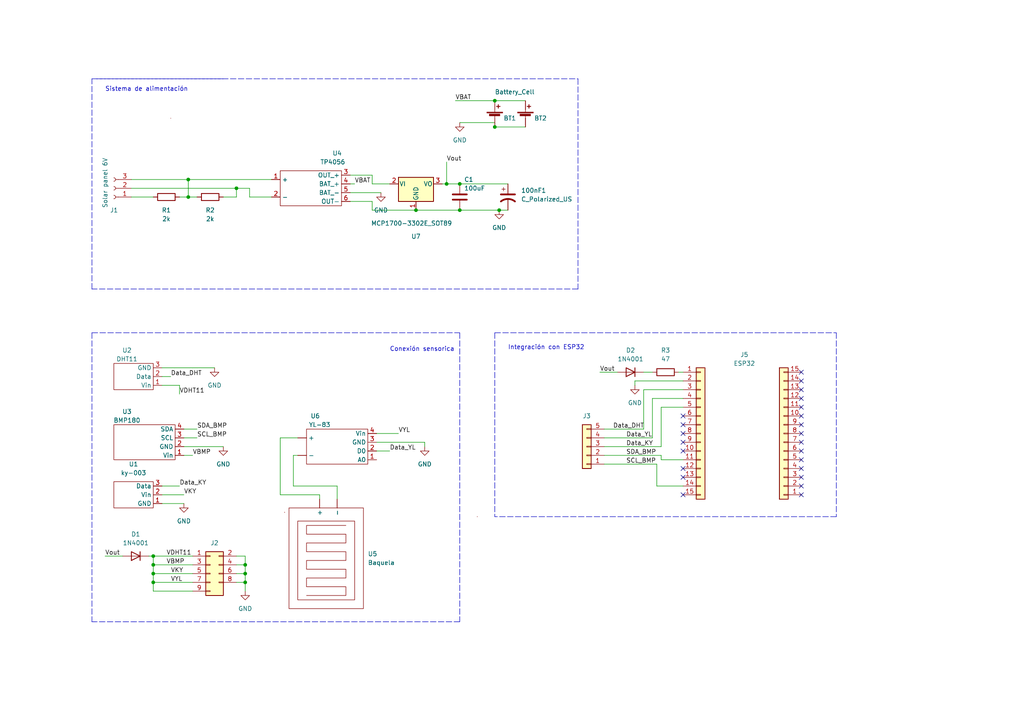
<source format=kicad_sch>
(kicad_sch (version 20211123) (generator eeschema)

  (uuid 41b4d483-918f-4755-bcf0-dfbe498fa942)

  (paper "A4")

  (title_block
    (title "ESTACIÓN METEOROLOGICA")
    (company "Universidad Sergio Arboleda")
  )

  (lib_symbols
    (symbol "Connector:Conn_01x03_Female" (pin_names (offset 1.016) hide) (in_bom yes) (on_board yes)
      (property "Reference" "J" (id 0) (at 0 5.08 0)
        (effects (font (size 1.27 1.27)))
      )
      (property "Value" "Conn_01x03_Female" (id 1) (at 0 -5.08 0)
        (effects (font (size 1.27 1.27)))
      )
      (property "Footprint" "" (id 2) (at 0 0 0)
        (effects (font (size 1.27 1.27)) hide)
      )
      (property "Datasheet" "~" (id 3) (at 0 0 0)
        (effects (font (size 1.27 1.27)) hide)
      )
      (property "ki_keywords" "connector" (id 4) (at 0 0 0)
        (effects (font (size 1.27 1.27)) hide)
      )
      (property "ki_description" "Generic connector, single row, 01x03, script generated (kicad-library-utils/schlib/autogen/connector/)" (id 5) (at 0 0 0)
        (effects (font (size 1.27 1.27)) hide)
      )
      (property "ki_fp_filters" "Connector*:*_1x??_*" (id 6) (at 0 0 0)
        (effects (font (size 1.27 1.27)) hide)
      )
      (symbol "Conn_01x03_Female_1_1"
        (arc (start 0 -2.032) (mid -0.508 -2.54) (end 0 -3.048)
          (stroke (width 0.1524) (type default) (color 0 0 0 0))
          (fill (type none))
        )
        (polyline
          (pts
            (xy -1.27 -2.54)
            (xy -0.508 -2.54)
          )
          (stroke (width 0.1524) (type default) (color 0 0 0 0))
          (fill (type none))
        )
        (polyline
          (pts
            (xy -1.27 0)
            (xy -0.508 0)
          )
          (stroke (width 0.1524) (type default) (color 0 0 0 0))
          (fill (type none))
        )
        (polyline
          (pts
            (xy -1.27 2.54)
            (xy -0.508 2.54)
          )
          (stroke (width 0.1524) (type default) (color 0 0 0 0))
          (fill (type none))
        )
        (arc (start 0 0.508) (mid -0.508 0) (end 0 -0.508)
          (stroke (width 0.1524) (type default) (color 0 0 0 0))
          (fill (type none))
        )
        (arc (start 0 3.048) (mid -0.508 2.54) (end 0 2.032)
          (stroke (width 0.1524) (type default) (color 0 0 0 0))
          (fill (type none))
        )
        (pin passive line (at -5.08 2.54 0) (length 3.81)
          (name "Pin_1" (effects (font (size 1.27 1.27))))
          (number "1" (effects (font (size 1.27 1.27))))
        )
        (pin passive line (at -5.08 0 0) (length 3.81)
          (name "Pin_2" (effects (font (size 1.27 1.27))))
          (number "2" (effects (font (size 1.27 1.27))))
        )
        (pin passive line (at -5.08 -2.54 0) (length 3.81)
          (name "Pin_3" (effects (font (size 1.27 1.27))))
          (number "3" (effects (font (size 1.27 1.27))))
        )
      )
    )
    (symbol "Connector_Generic:Conn_01x05" (pin_names (offset 1.016) hide) (in_bom yes) (on_board yes)
      (property "Reference" "J" (id 0) (at 0 7.62 0)
        (effects (font (size 1.27 1.27)))
      )
      (property "Value" "Conn_01x05" (id 1) (at 0 -7.62 0)
        (effects (font (size 1.27 1.27)))
      )
      (property "Footprint" "" (id 2) (at 0 0 0)
        (effects (font (size 1.27 1.27)) hide)
      )
      (property "Datasheet" "~" (id 3) (at 0 0 0)
        (effects (font (size 1.27 1.27)) hide)
      )
      (property "ki_keywords" "connector" (id 4) (at 0 0 0)
        (effects (font (size 1.27 1.27)) hide)
      )
      (property "ki_description" "Generic connector, single row, 01x05, script generated (kicad-library-utils/schlib/autogen/connector/)" (id 5) (at 0 0 0)
        (effects (font (size 1.27 1.27)) hide)
      )
      (property "ki_fp_filters" "Connector*:*_1x??_*" (id 6) (at 0 0 0)
        (effects (font (size 1.27 1.27)) hide)
      )
      (symbol "Conn_01x05_1_1"
        (rectangle (start -1.27 -4.953) (end 0 -5.207)
          (stroke (width 0.1524) (type default) (color 0 0 0 0))
          (fill (type none))
        )
        (rectangle (start -1.27 -2.413) (end 0 -2.667)
          (stroke (width 0.1524) (type default) (color 0 0 0 0))
          (fill (type none))
        )
        (rectangle (start -1.27 0.127) (end 0 -0.127)
          (stroke (width 0.1524) (type default) (color 0 0 0 0))
          (fill (type none))
        )
        (rectangle (start -1.27 2.667) (end 0 2.413)
          (stroke (width 0.1524) (type default) (color 0 0 0 0))
          (fill (type none))
        )
        (rectangle (start -1.27 5.207) (end 0 4.953)
          (stroke (width 0.1524) (type default) (color 0 0 0 0))
          (fill (type none))
        )
        (rectangle (start -1.27 6.35) (end 1.27 -6.35)
          (stroke (width 0.254) (type default) (color 0 0 0 0))
          (fill (type background))
        )
        (pin passive line (at -5.08 5.08 0) (length 3.81)
          (name "Pin_1" (effects (font (size 1.27 1.27))))
          (number "1" (effects (font (size 1.27 1.27))))
        )
        (pin passive line (at -5.08 2.54 0) (length 3.81)
          (name "Pin_2" (effects (font (size 1.27 1.27))))
          (number "2" (effects (font (size 1.27 1.27))))
        )
        (pin passive line (at -5.08 0 0) (length 3.81)
          (name "Pin_3" (effects (font (size 1.27 1.27))))
          (number "3" (effects (font (size 1.27 1.27))))
        )
        (pin passive line (at -5.08 -2.54 0) (length 3.81)
          (name "Pin_4" (effects (font (size 1.27 1.27))))
          (number "4" (effects (font (size 1.27 1.27))))
        )
        (pin passive line (at -5.08 -5.08 0) (length 3.81)
          (name "Pin_5" (effects (font (size 1.27 1.27))))
          (number "5" (effects (font (size 1.27 1.27))))
        )
      )
    )
    (symbol "Connector_Generic:Conn_01x15" (pin_names (offset 1.016) hide) (in_bom yes) (on_board yes)
      (property "Reference" "J" (id 0) (at 0 20.32 0)
        (effects (font (size 1.27 1.27)))
      )
      (property "Value" "Conn_01x15" (id 1) (at 0 -20.32 0)
        (effects (font (size 1.27 1.27)))
      )
      (property "Footprint" "" (id 2) (at 0 0 0)
        (effects (font (size 1.27 1.27)) hide)
      )
      (property "Datasheet" "~" (id 3) (at 0 0 0)
        (effects (font (size 1.27 1.27)) hide)
      )
      (property "ki_keywords" "connector" (id 4) (at 0 0 0)
        (effects (font (size 1.27 1.27)) hide)
      )
      (property "ki_description" "Generic connector, single row, 01x15, script generated (kicad-library-utils/schlib/autogen/connector/)" (id 5) (at 0 0 0)
        (effects (font (size 1.27 1.27)) hide)
      )
      (property "ki_fp_filters" "Connector*:*_1x??_*" (id 6) (at 0 0 0)
        (effects (font (size 1.27 1.27)) hide)
      )
      (symbol "Conn_01x15_1_1"
        (rectangle (start -1.27 -17.653) (end 0 -17.907)
          (stroke (width 0.1524) (type default) (color 0 0 0 0))
          (fill (type none))
        )
        (rectangle (start -1.27 -15.113) (end 0 -15.367)
          (stroke (width 0.1524) (type default) (color 0 0 0 0))
          (fill (type none))
        )
        (rectangle (start -1.27 -12.573) (end 0 -12.827)
          (stroke (width 0.1524) (type default) (color 0 0 0 0))
          (fill (type none))
        )
        (rectangle (start -1.27 -10.033) (end 0 -10.287)
          (stroke (width 0.1524) (type default) (color 0 0 0 0))
          (fill (type none))
        )
        (rectangle (start -1.27 -7.493) (end 0 -7.747)
          (stroke (width 0.1524) (type default) (color 0 0 0 0))
          (fill (type none))
        )
        (rectangle (start -1.27 -4.953) (end 0 -5.207)
          (stroke (width 0.1524) (type default) (color 0 0 0 0))
          (fill (type none))
        )
        (rectangle (start -1.27 -2.413) (end 0 -2.667)
          (stroke (width 0.1524) (type default) (color 0 0 0 0))
          (fill (type none))
        )
        (rectangle (start -1.27 0.127) (end 0 -0.127)
          (stroke (width 0.1524) (type default) (color 0 0 0 0))
          (fill (type none))
        )
        (rectangle (start -1.27 2.667) (end 0 2.413)
          (stroke (width 0.1524) (type default) (color 0 0 0 0))
          (fill (type none))
        )
        (rectangle (start -1.27 5.207) (end 0 4.953)
          (stroke (width 0.1524) (type default) (color 0 0 0 0))
          (fill (type none))
        )
        (rectangle (start -1.27 7.747) (end 0 7.493)
          (stroke (width 0.1524) (type default) (color 0 0 0 0))
          (fill (type none))
        )
        (rectangle (start -1.27 10.287) (end 0 10.033)
          (stroke (width 0.1524) (type default) (color 0 0 0 0))
          (fill (type none))
        )
        (rectangle (start -1.27 12.827) (end 0 12.573)
          (stroke (width 0.1524) (type default) (color 0 0 0 0))
          (fill (type none))
        )
        (rectangle (start -1.27 15.367) (end 0 15.113)
          (stroke (width 0.1524) (type default) (color 0 0 0 0))
          (fill (type none))
        )
        (rectangle (start -1.27 17.907) (end 0 17.653)
          (stroke (width 0.1524) (type default) (color 0 0 0 0))
          (fill (type none))
        )
        (rectangle (start -1.27 19.05) (end 1.27 -19.05)
          (stroke (width 0.254) (type default) (color 0 0 0 0))
          (fill (type background))
        )
        (pin passive line (at -5.08 17.78 0) (length 3.81)
          (name "Pin_1" (effects (font (size 1.27 1.27))))
          (number "1" (effects (font (size 1.27 1.27))))
        )
        (pin passive line (at -5.08 -5.08 0) (length 3.81)
          (name "Pin_10" (effects (font (size 1.27 1.27))))
          (number "10" (effects (font (size 1.27 1.27))))
        )
        (pin passive line (at -5.08 -7.62 0) (length 3.81)
          (name "Pin_11" (effects (font (size 1.27 1.27))))
          (number "11" (effects (font (size 1.27 1.27))))
        )
        (pin passive line (at -5.08 -10.16 0) (length 3.81)
          (name "Pin_12" (effects (font (size 1.27 1.27))))
          (number "12" (effects (font (size 1.27 1.27))))
        )
        (pin passive line (at -5.08 -12.7 0) (length 3.81)
          (name "Pin_13" (effects (font (size 1.27 1.27))))
          (number "13" (effects (font (size 1.27 1.27))))
        )
        (pin passive line (at -5.08 -15.24 0) (length 3.81)
          (name "Pin_14" (effects (font (size 1.27 1.27))))
          (number "14" (effects (font (size 1.27 1.27))))
        )
        (pin passive line (at -5.08 -17.78 0) (length 3.81)
          (name "Pin_15" (effects (font (size 1.27 1.27))))
          (number "15" (effects (font (size 1.27 1.27))))
        )
        (pin passive line (at -5.08 15.24 0) (length 3.81)
          (name "Pin_2" (effects (font (size 1.27 1.27))))
          (number "2" (effects (font (size 1.27 1.27))))
        )
        (pin passive line (at -5.08 12.7 0) (length 3.81)
          (name "Pin_3" (effects (font (size 1.27 1.27))))
          (number "3" (effects (font (size 1.27 1.27))))
        )
        (pin passive line (at -5.08 10.16 0) (length 3.81)
          (name "Pin_4" (effects (font (size 1.27 1.27))))
          (number "4" (effects (font (size 1.27 1.27))))
        )
        (pin passive line (at -5.08 7.62 0) (length 3.81)
          (name "Pin_5" (effects (font (size 1.27 1.27))))
          (number "5" (effects (font (size 1.27 1.27))))
        )
        (pin passive line (at -5.08 5.08 0) (length 3.81)
          (name "Pin_6" (effects (font (size 1.27 1.27))))
          (number "6" (effects (font (size 1.27 1.27))))
        )
        (pin passive line (at -5.08 2.54 0) (length 3.81)
          (name "Pin_7" (effects (font (size 1.27 1.27))))
          (number "7" (effects (font (size 1.27 1.27))))
        )
        (pin passive line (at -5.08 0 0) (length 3.81)
          (name "Pin_8" (effects (font (size 1.27 1.27))))
          (number "8" (effects (font (size 1.27 1.27))))
        )
        (pin passive line (at -5.08 -2.54 0) (length 3.81)
          (name "Pin_9" (effects (font (size 1.27 1.27))))
          (number "9" (effects (font (size 1.27 1.27))))
        )
      )
    )
    (symbol "Connector_Generic:Conn_2Rows-09Pins" (pin_names (offset 1.016) hide) (in_bom yes) (on_board yes)
      (property "Reference" "J" (id 0) (at 1.27 7.62 0)
        (effects (font (size 1.27 1.27)))
      )
      (property "Value" "Conn_2Rows-09Pins" (id 1) (at 1.27 -7.62 0)
        (effects (font (size 1.27 1.27)))
      )
      (property "Footprint" "" (id 2) (at 0 0 0)
        (effects (font (size 1.27 1.27)) hide)
      )
      (property "Datasheet" "~" (id 3) (at 0 0 0)
        (effects (font (size 1.27 1.27)) hide)
      )
      (property "ki_keywords" "connector" (id 4) (at 0 0 0)
        (effects (font (size 1.27 1.27)) hide)
      )
      (property "ki_description" "Generic connector, double row, 09 pins, odd/even pin numbering scheme (row 1 odd numbers, row 2 even numbers), script generated (kicad-library-utils/schlib/autogen/connector/)" (id 5) (at 0 0 0)
        (effects (font (size 1.27 1.27)) hide)
      )
      (property "ki_fp_filters" "Connector*:*2Rows*Pins__* *FCC*2Rows*Pins__*" (id 6) (at 0 0 0)
        (effects (font (size 1.27 1.27)) hide)
      )
      (symbol "Conn_2Rows-09Pins_1_1"
        (rectangle (start -1.27 -4.953) (end 0 -5.207)
          (stroke (width 0.1524) (type default) (color 0 0 0 0))
          (fill (type none))
        )
        (rectangle (start -1.27 -2.413) (end 0 -2.667)
          (stroke (width 0.1524) (type default) (color 0 0 0 0))
          (fill (type none))
        )
        (rectangle (start -1.27 0.127) (end 0 -0.127)
          (stroke (width 0.1524) (type default) (color 0 0 0 0))
          (fill (type none))
        )
        (rectangle (start -1.27 2.667) (end 0 2.413)
          (stroke (width 0.1524) (type default) (color 0 0 0 0))
          (fill (type none))
        )
        (rectangle (start -1.27 5.207) (end 0 4.953)
          (stroke (width 0.1524) (type default) (color 0 0 0 0))
          (fill (type none))
        )
        (rectangle (start -1.27 6.35) (end 3.81 -6.35)
          (stroke (width 0.254) (type default) (color 0 0 0 0))
          (fill (type background))
        )
        (rectangle (start 3.81 -2.413) (end 2.54 -2.667)
          (stroke (width 0.1524) (type default) (color 0 0 0 0))
          (fill (type none))
        )
        (rectangle (start 3.81 0.127) (end 2.54 -0.127)
          (stroke (width 0.1524) (type default) (color 0 0 0 0))
          (fill (type none))
        )
        (rectangle (start 3.81 2.667) (end 2.54 2.413)
          (stroke (width 0.1524) (type default) (color 0 0 0 0))
          (fill (type none))
        )
        (rectangle (start 3.81 5.207) (end 2.54 4.953)
          (stroke (width 0.1524) (type default) (color 0 0 0 0))
          (fill (type none))
        )
        (pin passive line (at -5.08 5.08 0) (length 3.81)
          (name "Pin_1" (effects (font (size 1.27 1.27))))
          (number "1" (effects (font (size 1.27 1.27))))
        )
        (pin passive line (at 7.62 5.08 180) (length 3.81)
          (name "Pin_2" (effects (font (size 1.27 1.27))))
          (number "2" (effects (font (size 1.27 1.27))))
        )
        (pin passive line (at -5.08 2.54 0) (length 3.81)
          (name "Pin_3" (effects (font (size 1.27 1.27))))
          (number "3" (effects (font (size 1.27 1.27))))
        )
        (pin passive line (at 7.62 2.54 180) (length 3.81)
          (name "Pin_4" (effects (font (size 1.27 1.27))))
          (number "4" (effects (font (size 1.27 1.27))))
        )
        (pin passive line (at -5.08 0 0) (length 3.81)
          (name "Pin_5" (effects (font (size 1.27 1.27))))
          (number "5" (effects (font (size 1.27 1.27))))
        )
        (pin passive line (at 7.62 0 180) (length 3.81)
          (name "Pin_6" (effects (font (size 1.27 1.27))))
          (number "6" (effects (font (size 1.27 1.27))))
        )
        (pin passive line (at -5.08 -2.54 0) (length 3.81)
          (name "Pin_7" (effects (font (size 1.27 1.27))))
          (number "7" (effects (font (size 1.27 1.27))))
        )
        (pin passive line (at 7.62 -2.54 180) (length 3.81)
          (name "Pin_8" (effects (font (size 1.27 1.27))))
          (number "8" (effects (font (size 1.27 1.27))))
        )
        (pin passive line (at -5.08 -5.08 0) (length 3.81)
          (name "Pin_9" (effects (font (size 1.27 1.27))))
          (number "9" (effects (font (size 1.27 1.27))))
        )
      )
    )
    (symbol "Device:Battery_Cell" (pin_numbers hide) (pin_names (offset 0) hide) (in_bom yes) (on_board yes)
      (property "Reference" "BT" (id 0) (at 2.54 2.54 0)
        (effects (font (size 1.27 1.27)) (justify left))
      )
      (property "Value" "Battery_Cell" (id 1) (at 2.54 0 0)
        (effects (font (size 1.27 1.27)) (justify left))
      )
      (property "Footprint" "" (id 2) (at 0 1.524 90)
        (effects (font (size 1.27 1.27)) hide)
      )
      (property "Datasheet" "~" (id 3) (at 0 1.524 90)
        (effects (font (size 1.27 1.27)) hide)
      )
      (property "ki_keywords" "battery cell" (id 4) (at 0 0 0)
        (effects (font (size 1.27 1.27)) hide)
      )
      (property "ki_description" "Single-cell battery" (id 5) (at 0 0 0)
        (effects (font (size 1.27 1.27)) hide)
      )
      (symbol "Battery_Cell_0_1"
        (rectangle (start -2.286 1.778) (end 2.286 1.524)
          (stroke (width 0) (type default) (color 0 0 0 0))
          (fill (type outline))
        )
        (rectangle (start -1.5748 1.1938) (end 1.4732 0.6858)
          (stroke (width 0) (type default) (color 0 0 0 0))
          (fill (type outline))
        )
        (polyline
          (pts
            (xy 0 0.762)
            (xy 0 0)
          )
          (stroke (width 0) (type default) (color 0 0 0 0))
          (fill (type none))
        )
        (polyline
          (pts
            (xy 0 1.778)
            (xy 0 2.54)
          )
          (stroke (width 0) (type default) (color 0 0 0 0))
          (fill (type none))
        )
        (polyline
          (pts
            (xy 0.508 3.429)
            (xy 1.524 3.429)
          )
          (stroke (width 0.254) (type default) (color 0 0 0 0))
          (fill (type none))
        )
        (polyline
          (pts
            (xy 1.016 3.937)
            (xy 1.016 2.921)
          )
          (stroke (width 0.254) (type default) (color 0 0 0 0))
          (fill (type none))
        )
      )
      (symbol "Battery_Cell_1_1"
        (pin passive line (at 0 5.08 270) (length 2.54)
          (name "+" (effects (font (size 1.27 1.27))))
          (number "1" (effects (font (size 1.27 1.27))))
        )
        (pin passive line (at 0 -2.54 90) (length 2.54)
          (name "-" (effects (font (size 1.27 1.27))))
          (number "2" (effects (font (size 1.27 1.27))))
        )
      )
    )
    (symbol "Device:C" (pin_numbers hide) (pin_names (offset 0.254)) (in_bom yes) (on_board yes)
      (property "Reference" "C" (id 0) (at 0.635 2.54 0)
        (effects (font (size 1.27 1.27)) (justify left))
      )
      (property "Value" "C" (id 1) (at 0.635 -2.54 0)
        (effects (font (size 1.27 1.27)) (justify left))
      )
      (property "Footprint" "" (id 2) (at 0.9652 -3.81 0)
        (effects (font (size 1.27 1.27)) hide)
      )
      (property "Datasheet" "~" (id 3) (at 0 0 0)
        (effects (font (size 1.27 1.27)) hide)
      )
      (property "ki_keywords" "cap capacitor" (id 4) (at 0 0 0)
        (effects (font (size 1.27 1.27)) hide)
      )
      (property "ki_description" "Unpolarized capacitor" (id 5) (at 0 0 0)
        (effects (font (size 1.27 1.27)) hide)
      )
      (property "ki_fp_filters" "C_*" (id 6) (at 0 0 0)
        (effects (font (size 1.27 1.27)) hide)
      )
      (symbol "C_0_1"
        (polyline
          (pts
            (xy -2.032 -0.762)
            (xy 2.032 -0.762)
          )
          (stroke (width 0.508) (type default) (color 0 0 0 0))
          (fill (type none))
        )
        (polyline
          (pts
            (xy -2.032 0.762)
            (xy 2.032 0.762)
          )
          (stroke (width 0.508) (type default) (color 0 0 0 0))
          (fill (type none))
        )
      )
      (symbol "C_1_1"
        (pin passive line (at 0 3.81 270) (length 2.794)
          (name "~" (effects (font (size 1.27 1.27))))
          (number "1" (effects (font (size 1.27 1.27))))
        )
        (pin passive line (at 0 -3.81 90) (length 2.794)
          (name "~" (effects (font (size 1.27 1.27))))
          (number "2" (effects (font (size 1.27 1.27))))
        )
      )
    )
    (symbol "Device:C_Polarized_US" (pin_numbers hide) (pin_names (offset 0.254) hide) (in_bom yes) (on_board yes)
      (property "Reference" "C" (id 0) (at 0.635 2.54 0)
        (effects (font (size 1.27 1.27)) (justify left))
      )
      (property "Value" "C_Polarized_US" (id 1) (at 0.635 -2.54 0)
        (effects (font (size 1.27 1.27)) (justify left))
      )
      (property "Footprint" "" (id 2) (at 0 0 0)
        (effects (font (size 1.27 1.27)) hide)
      )
      (property "Datasheet" "~" (id 3) (at 0 0 0)
        (effects (font (size 1.27 1.27)) hide)
      )
      (property "ki_keywords" "cap capacitor" (id 4) (at 0 0 0)
        (effects (font (size 1.27 1.27)) hide)
      )
      (property "ki_description" "Polarized capacitor, US symbol" (id 5) (at 0 0 0)
        (effects (font (size 1.27 1.27)) hide)
      )
      (property "ki_fp_filters" "CP_*" (id 6) (at 0 0 0)
        (effects (font (size 1.27 1.27)) hide)
      )
      (symbol "C_Polarized_US_0_1"
        (polyline
          (pts
            (xy -2.032 0.762)
            (xy 2.032 0.762)
          )
          (stroke (width 0.508) (type default) (color 0 0 0 0))
          (fill (type none))
        )
        (polyline
          (pts
            (xy -1.778 2.286)
            (xy -0.762 2.286)
          )
          (stroke (width 0) (type default) (color 0 0 0 0))
          (fill (type none))
        )
        (polyline
          (pts
            (xy -1.27 1.778)
            (xy -1.27 2.794)
          )
          (stroke (width 0) (type default) (color 0 0 0 0))
          (fill (type none))
        )
        (arc (start 2.032 -1.27) (mid 0 -0.5572) (end -2.032 -1.27)
          (stroke (width 0.508) (type default) (color 0 0 0 0))
          (fill (type none))
        )
      )
      (symbol "C_Polarized_US_1_1"
        (pin passive line (at 0 3.81 270) (length 2.794)
          (name "~" (effects (font (size 1.27 1.27))))
          (number "1" (effects (font (size 1.27 1.27))))
        )
        (pin passive line (at 0 -3.81 90) (length 3.302)
          (name "~" (effects (font (size 1.27 1.27))))
          (number "2" (effects (font (size 1.27 1.27))))
        )
      )
    )
    (symbol "Device:R" (pin_numbers hide) (pin_names (offset 0)) (in_bom yes) (on_board yes)
      (property "Reference" "R" (id 0) (at 2.032 0 90)
        (effects (font (size 1.27 1.27)))
      )
      (property "Value" "R" (id 1) (at 0 0 90)
        (effects (font (size 1.27 1.27)))
      )
      (property "Footprint" "" (id 2) (at -1.778 0 90)
        (effects (font (size 1.27 1.27)) hide)
      )
      (property "Datasheet" "~" (id 3) (at 0 0 0)
        (effects (font (size 1.27 1.27)) hide)
      )
      (property "ki_keywords" "R res resistor" (id 4) (at 0 0 0)
        (effects (font (size 1.27 1.27)) hide)
      )
      (property "ki_description" "Resistor" (id 5) (at 0 0 0)
        (effects (font (size 1.27 1.27)) hide)
      )
      (property "ki_fp_filters" "R_*" (id 6) (at 0 0 0)
        (effects (font (size 1.27 1.27)) hide)
      )
      (symbol "R_0_1"
        (rectangle (start -1.016 -2.54) (end 1.016 2.54)
          (stroke (width 0.254) (type default) (color 0 0 0 0))
          (fill (type none))
        )
      )
      (symbol "R_1_1"
        (pin passive line (at 0 3.81 270) (length 1.27)
          (name "~" (effects (font (size 1.27 1.27))))
          (number "1" (effects (font (size 1.27 1.27))))
        )
        (pin passive line (at 0 -3.81 90) (length 1.27)
          (name "~" (effects (font (size 1.27 1.27))))
          (number "2" (effects (font (size 1.27 1.27))))
        )
      )
    )
    (symbol "Diode:1N4001" (pin_numbers hide) (pin_names (offset 1.016) hide) (in_bom yes) (on_board yes)
      (property "Reference" "D" (id 0) (at 0 2.54 0)
        (effects (font (size 1.27 1.27)))
      )
      (property "Value" "1N4001" (id 1) (at 0 -2.54 0)
        (effects (font (size 1.27 1.27)))
      )
      (property "Footprint" "Diode_THT:D_DO-41_SOD81_P10.16mm_Horizontal" (id 2) (at 0 -4.445 0)
        (effects (font (size 1.27 1.27)) hide)
      )
      (property "Datasheet" "http://www.vishay.com/docs/88503/1n4001.pdf" (id 3) (at 0 0 0)
        (effects (font (size 1.27 1.27)) hide)
      )
      (property "ki_keywords" "diode" (id 4) (at 0 0 0)
        (effects (font (size 1.27 1.27)) hide)
      )
      (property "ki_description" "50V 1A General Purpose Rectifier Diode, DO-41" (id 5) (at 0 0 0)
        (effects (font (size 1.27 1.27)) hide)
      )
      (property "ki_fp_filters" "D*DO?41*" (id 6) (at 0 0 0)
        (effects (font (size 1.27 1.27)) hide)
      )
      (symbol "1N4001_0_1"
        (polyline
          (pts
            (xy -1.27 1.27)
            (xy -1.27 -1.27)
          )
          (stroke (width 0.254) (type default) (color 0 0 0 0))
          (fill (type none))
        )
        (polyline
          (pts
            (xy 1.27 0)
            (xy -1.27 0)
          )
          (stroke (width 0) (type default) (color 0 0 0 0))
          (fill (type none))
        )
        (polyline
          (pts
            (xy 1.27 1.27)
            (xy 1.27 -1.27)
            (xy -1.27 0)
            (xy 1.27 1.27)
          )
          (stroke (width 0.254) (type default) (color 0 0 0 0))
          (fill (type none))
        )
      )
      (symbol "1N4001_1_1"
        (pin passive line (at -3.81 0 0) (length 2.54)
          (name "K" (effects (font (size 1.27 1.27))))
          (number "1" (effects (font (size 1.27 1.27))))
        )
        (pin passive line (at 3.81 0 180) (length 2.54)
          (name "A" (effects (font (size 1.27 1.27))))
          (number "2" (effects (font (size 1.27 1.27))))
        )
      )
    )
    (symbol "Regulator_Linear:MCP1700-3302E_SOT89" (pin_names (offset 0.254)) (in_bom yes) (on_board yes)
      (property "Reference" "U" (id 0) (at -3.81 3.175 0)
        (effects (font (size 1.27 1.27)))
      )
      (property "Value" "MCP1700-3302E_SOT89" (id 1) (at 0 3.175 0)
        (effects (font (size 1.27 1.27)) (justify left))
      )
      (property "Footprint" "Package_TO_SOT_SMD:SOT-89-3" (id 2) (at 0 5.08 0)
        (effects (font (size 1.27 1.27)) hide)
      )
      (property "Datasheet" "http://ww1.microchip.com/downloads/en/DeviceDoc/20001826D.pdf" (id 3) (at 0 -1.27 0)
        (effects (font (size 1.27 1.27)) hide)
      )
      (property "ki_keywords" "regulator linear ldo" (id 4) (at 0 0 0)
        (effects (font (size 1.27 1.27)) hide)
      )
      (property "ki_description" "250mA Low Quiscent Current LDO, 3.3V output, SOT-89" (id 5) (at 0 0 0)
        (effects (font (size 1.27 1.27)) hide)
      )
      (property "ki_fp_filters" "SOT?89*" (id 6) (at 0 0 0)
        (effects (font (size 1.27 1.27)) hide)
      )
      (symbol "MCP1700-3302E_SOT89_0_1"
        (rectangle (start -5.08 -5.08) (end 5.08 1.905)
          (stroke (width 0.254) (type default) (color 0 0 0 0))
          (fill (type background))
        )
      )
      (symbol "MCP1700-3302E_SOT89_1_1"
        (pin power_in line (at 0 -7.62 90) (length 2.54)
          (name "GND" (effects (font (size 1.27 1.27))))
          (number "1" (effects (font (size 1.27 1.27))))
        )
        (pin power_in line (at -7.62 0 0) (length 2.54)
          (name "VI" (effects (font (size 1.27 1.27))))
          (number "2" (effects (font (size 1.27 1.27))))
        )
        (pin power_out line (at 7.62 0 180) (length 2.54)
          (name "VO" (effects (font (size 1.27 1.27))))
          (number "3" (effects (font (size 1.27 1.27))))
        )
      )
    )
    (symbol "meteorologica:BMP180" (in_bom yes) (on_board yes)
      (property "Reference" "U" (id 0) (at 10.16 7.62 0)
        (effects (font (size 1.27 1.27)))
      )
      (property "Value" "BMP180" (id 1) (at 7.62 5.08 0)
        (effects (font (size 1.27 1.27)))
      )
      (property "Footprint" "" (id 2) (at 0 0 0)
        (effects (font (size 1.27 1.27)) hide)
      )
      (property "Datasheet" "" (id 3) (at 0 0 0)
        (effects (font (size 1.27 1.27)) hide)
      )
      (symbol "BMP180_0_1"
        (rectangle (start -36.83 17.78) (end -36.83 17.78)
          (stroke (width 0) (type default) (color 0 0 0 0))
          (fill (type none))
        )
        (rectangle (start -36.83 17.78) (end -36.83 17.78)
          (stroke (width 0) (type default) (color 0 0 0 0))
          (fill (type none))
        )
        (rectangle (start -36.83 17.78) (end -36.83 17.78)
          (stroke (width 0) (type default) (color 0 0 0 0))
          (fill (type none))
        )
        (rectangle (start -5.08 2.54) (end 12.7 -7.62)
          (stroke (width 0) (type default) (color 0 0 0 0))
          (fill (type none))
        )
      )
      (symbol "BMP180_1_1"
        (pin input line (at -7.62 1.27 0) (length 2.54)
          (name "Vin" (effects (font (size 1.27 1.27))))
          (number "1" (effects (font (size 1.27 1.27))))
        )
        (pin input line (at -7.62 -1.27 0) (length 2.54)
          (name "GND" (effects (font (size 1.27 1.27))))
          (number "2" (effects (font (size 1.27 1.27))))
        )
        (pin output line (at -7.62 -3.81 0) (length 2.54)
          (name "SCL" (effects (font (size 1.27 1.27))))
          (number "3" (effects (font (size 1.27 1.27))))
        )
        (pin output line (at -7.62 -6.35 0) (length 2.54)
          (name "SDA" (effects (font (size 1.27 1.27))))
          (number "4" (effects (font (size 1.27 1.27))))
        )
      )
    )
    (symbol "meteorologica:Baquela" (in_bom yes) (on_board yes)
      (property "Reference" "U" (id 0) (at -8.89 15.24 0)
        (effects (font (size 1.27 1.27)))
      )
      (property "Value" "Baquela" (id 1) (at -8.89 13.97 0)
        (effects (font (size 1.27 1.27)))
      )
      (property "Footprint" "" (id 2) (at -8.89 13.97 0)
        (effects (font (size 1.27 1.27)) hide)
      )
      (property "Datasheet" "" (id 3) (at -8.89 13.97 0)
        (effects (font (size 1.27 1.27)) hide)
      )
      (symbol "Baquela_0_1"
        (rectangle (start -11.43 12.7) (end 10.16 -16.51)
          (stroke (width 0) (type default) (color 0 0 0 0))
          (fill (type none))
        )
        (rectangle (start -8.89 8.89) (end 7.62 -13.97)
          (stroke (width 0) (type default) (color 0 0 0 0))
          (fill (type none))
        )
        (polyline
          (pts
            (xy 5.08 7.62)
            (xy -6.35 7.62)
            (xy -6.35 5.08)
            (xy 5.08 5.08)
            (xy 5.08 2.54)
            (xy -6.35 2.54)
            (xy -6.35 0)
            (xy 5.08 0)
            (xy 5.08 -2.54)
            (xy -6.35 -2.54)
            (xy -6.35 -5.08)
            (xy 5.08 -5.08)
            (xy 5.08 -7.62)
            (xy -6.35 -7.62)
            (xy -6.35 -10.16)
            (xy 5.08 -10.16)
            (xy 5.08 -12.7)
            (xy -6.35 -12.7)
          )
          (stroke (width 0) (type default) (color 0 0 0 0))
          (fill (type none))
        )
      )
      (symbol "Baquela_1_1"
        (pin input line (at -2.54 15.24 270) (length 2.54)
          (name "+" (effects (font (size 1.27 1.27))))
          (number "" (effects (font (size 1.27 1.27))))
        )
        (pin input line (at 2.54 15.24 270) (length 2.54)
          (name "-" (effects (font (size 1.27 1.27))))
          (number "" (effects (font (size 1.27 1.27))))
        )
      )
    )
    (symbol "meteorologica:DHT11" (in_bom yes) (on_board yes)
      (property "Reference" "U" (id 0) (at 5.08 7.62 0)
        (effects (font (size 1.27 1.27)))
      )
      (property "Value" "DHT11" (id 1) (at 3.81 5.08 0)
        (effects (font (size 1.27 1.27)))
      )
      (property "Footprint" "" (id 2) (at 0 0 0)
        (effects (font (size 1.27 1.27)) hide)
      )
      (property "Datasheet" "" (id 3) (at 0 0 0)
        (effects (font (size 1.27 1.27)) hide)
      )
      (symbol "DHT11_0_1"
        (rectangle (start -5.08 3.81) (end 6.35 -3.81)
          (stroke (width 0) (type default) (color 0 0 0 0))
          (fill (type none))
        )
      )
      (symbol "DHT11_1_1"
        (pin input line (at -7.62 2.54 0) (length 2.54)
          (name "Vin" (effects (font (size 1.27 1.27))))
          (number "1" (effects (font (size 1.27 1.27))))
        )
        (pin output line (at -7.62 0 0) (length 2.54)
          (name "Data" (effects (font (size 1.27 1.27))))
          (number "2" (effects (font (size 1.27 1.27))))
        )
        (pin input line (at -7.62 -2.54 0) (length 2.54)
          (name "GND" (effects (font (size 1.27 1.27))))
          (number "3" (effects (font (size 1.27 1.27))))
        )
      )
    )
    (symbol "meteorologica:TP4056" (in_bom yes) (on_board yes)
      (property "Reference" "U" (id 0) (at 10.16 6.35 0)
        (effects (font (size 1.27 1.27)))
      )
      (property "Value" "TP4056" (id 1) (at 8.89 3.81 0)
        (effects (font (size 1.27 1.27)))
      )
      (property "Footprint" "" (id 2) (at 7.62 0 0)
        (effects (font (size 1.27 1.27)) hide)
      )
      (property "Datasheet" "" (id 3) (at 7.62 0 0)
        (effects (font (size 1.27 1.27)) hide)
      )
      (symbol "TP4056_0_1"
        (rectangle (start -36.83 17.78) (end -36.83 17.78)
          (stroke (width 0) (type default) (color 0 0 0 0))
          (fill (type none))
        )
        (rectangle (start -36.83 17.78) (end -36.83 17.78)
          (stroke (width 0) (type default) (color 0 0 0 0))
          (fill (type none))
        )
        (rectangle (start -36.83 17.78) (end -36.83 17.78)
          (stroke (width 0) (type default) (color 0 0 0 0))
          (fill (type none))
        )
        (rectangle (start -5.08 -7.62) (end 12.7 2.54)
          (stroke (width 0) (type default) (color 0 0 0 0))
          (fill (type none))
        )
      )
      (symbol "TP4056_1_1"
        (pin input line (at -7.62 0 0) (length 2.54)
          (name "+" (effects (font (size 1.27 1.27))))
          (number "1" (effects (font (size 1.27 1.27))))
        )
        (pin input line (at -7.62 -5.08 0) (length 2.54)
          (name "-" (effects (font (size 1.27 1.27))))
          (number "2" (effects (font (size 1.27 1.27))))
        )
        (pin output line (at 15.24 1.27 180) (length 2.54)
          (name "OUT_+" (effects (font (size 1.27 1.27))))
          (number "3" (effects (font (size 1.27 1.27))))
        )
        (pin output line (at 15.24 -1.27 180) (length 2.54)
          (name "BAT_+" (effects (font (size 1.27 1.27))))
          (number "4" (effects (font (size 1.27 1.27))))
        )
        (pin output line (at 15.24 -3.81 180) (length 2.54)
          (name "BAT_-" (effects (font (size 1.27 1.27))))
          (number "5" (effects (font (size 1.27 1.27))))
        )
        (pin output line (at 15.24 -6.35 180) (length 2.54)
          (name "OUT-" (effects (font (size 1.27 1.27))))
          (number "6" (effects (font (size 1.27 1.27))))
        )
      )
    )
    (symbol "meteorologica:YL-83" (in_bom yes) (on_board yes)
      (property "Reference" "U" (id 0) (at 10.16 7.62 0)
        (effects (font (size 1.27 1.27)))
      )
      (property "Value" "YL-83" (id 1) (at 7.62 5.08 0)
        (effects (font (size 1.27 1.27)))
      )
      (property "Footprint" "" (id 2) (at 0 0 0)
        (effects (font (size 1.27 1.27)) hide)
      )
      (property "Datasheet" "" (id 3) (at 0 0 0)
        (effects (font (size 1.27 1.27)) hide)
      )
      (symbol "YL-83_0_1"
        (rectangle (start -36.83 17.78) (end -36.83 17.78)
          (stroke (width 0) (type default) (color 0 0 0 0))
          (fill (type none))
        )
        (rectangle (start -36.83 17.78) (end -36.83 17.78)
          (stroke (width 0) (type default) (color 0 0 0 0))
          (fill (type none))
        )
        (rectangle (start -36.83 17.78) (end -36.83 17.78)
          (stroke (width 0) (type default) (color 0 0 0 0))
          (fill (type none))
        )
        (rectangle (start -5.08 2.54) (end 12.7 -7.62)
          (stroke (width 0) (type default) (color 0 0 0 0))
          (fill (type none))
        )
      )
      (symbol "YL-83_1_1"
        (pin input line (at 15.24 -5.08 180) (length 2.54)
          (name "+" (effects (font (size 1.27 1.27))))
          (number "" (effects (font (size 1.27 1.27))))
        )
        (pin input line (at 15.24 0 180) (length 2.54)
          (name "-" (effects (font (size 1.27 1.27))))
          (number "" (effects (font (size 1.27 1.27))))
        )
        (pin output line (at -7.62 1.27 0) (length 2.54)
          (name "A0" (effects (font (size 1.27 1.27))))
          (number "1" (effects (font (size 1.27 1.27))))
        )
        (pin output line (at -7.62 -1.27 0) (length 2.54)
          (name "D0" (effects (font (size 1.27 1.27))))
          (number "2" (effects (font (size 1.27 1.27))))
        )
        (pin input line (at -7.62 -3.81 0) (length 2.54)
          (name "GND" (effects (font (size 1.27 1.27))))
          (number "3" (effects (font (size 1.27 1.27))))
        )
        (pin input line (at -7.62 -6.35 0) (length 2.54)
          (name "Vin" (effects (font (size 1.27 1.27))))
          (number "4" (effects (font (size 1.27 1.27))))
        )
      )
    )
    (symbol "meteorologica:ky-003" (in_bom yes) (on_board yes)
      (property "Reference" "U" (id 0) (at 3.81 7.62 0)
        (effects (font (size 1.27 1.27)))
      )
      (property "Value" "ky-003" (id 1) (at 1.27 5.08 0)
        (effects (font (size 1.27 1.27)))
      )
      (property "Footprint" "" (id 2) (at 0 1.27 0)
        (effects (font (size 1.27 1.27)) hide)
      )
      (property "Datasheet" "" (id 3) (at 0 1.27 0)
        (effects (font (size 1.27 1.27)) hide)
      )
      (symbol "ky-003_0_1"
        (rectangle (start -6.35 3.81) (end 5.08 -3.81)
          (stroke (width 0) (type default) (color 0 0 0 0))
          (fill (type none))
        )
      )
      (symbol "ky-003_1_1"
        (pin input line (at -8.89 2.54 0) (length 2.54)
          (name "GND" (effects (font (size 1.27 1.27))))
          (number "1" (effects (font (size 1.27 1.27))))
        )
        (pin input line (at -8.89 0 0) (length 2.54)
          (name "Vin" (effects (font (size 1.27 1.27))))
          (number "2" (effects (font (size 1.27 1.27))))
        )
        (pin output line (at -8.89 -2.54 0) (length 2.54)
          (name "Data" (effects (font (size 1.27 1.27))))
          (number "3" (effects (font (size 1.27 1.27))))
        )
      )
    )
    (symbol "power:GND" (power) (pin_names (offset 0)) (in_bom yes) (on_board yes)
      (property "Reference" "#PWR" (id 0) (at 0 -6.35 0)
        (effects (font (size 1.27 1.27)) hide)
      )
      (property "Value" "GND" (id 1) (at 0 -3.81 0)
        (effects (font (size 1.27 1.27)))
      )
      (property "Footprint" "" (id 2) (at 0 0 0)
        (effects (font (size 1.27 1.27)) hide)
      )
      (property "Datasheet" "" (id 3) (at 0 0 0)
        (effects (font (size 1.27 1.27)) hide)
      )
      (property "ki_keywords" "power-flag" (id 4) (at 0 0 0)
        (effects (font (size 1.27 1.27)) hide)
      )
      (property "ki_description" "Power symbol creates a global label with name \"GND\" , ground" (id 5) (at 0 0 0)
        (effects (font (size 1.27 1.27)) hide)
      )
      (symbol "GND_0_1"
        (polyline
          (pts
            (xy 0 0)
            (xy 0 -1.27)
            (xy 1.27 -1.27)
            (xy 0 -2.54)
            (xy -1.27 -1.27)
            (xy 0 -1.27)
          )
          (stroke (width 0) (type default) (color 0 0 0 0))
          (fill (type none))
        )
      )
      (symbol "GND_1_1"
        (pin power_in line (at 0 0 270) (length 0) hide
          (name "GND" (effects (font (size 1.27 1.27))))
          (number "1" (effects (font (size 1.27 1.27))))
        )
      )
    )
  )

  (junction (at 71.12 168.91) (diameter 0) (color 0 0 0 0)
    (uuid 002ce8e0-a982-4b5b-9b3b-4f194f280da5)
  )
  (junction (at 71.12 163.83) (diameter 0) (color 0 0 0 0)
    (uuid 06c898cc-2230-4d6d-979e-cd8298a01088)
  )
  (junction (at 44.45 168.91) (diameter 0) (color 0 0 0 0)
    (uuid 09f4b6b8-cdec-457b-9eea-f53c22363d1e)
  )
  (junction (at 44.45 161.29) (diameter 0) (color 0 0 0 0)
    (uuid 16e8635c-f882-4172-8b29-4d0d3079e237)
  )
  (junction (at 71.12 166.37) (diameter 0) (color 0 0 0 0)
    (uuid 1e9535f9-f4b0-4377-9f77-512bacb98379)
  )
  (junction (at 120.65 60.96) (diameter 0) (color 0 0 0 0)
    (uuid 2820ed02-cb6f-4a6e-8fac-2784bfaebb63)
  )
  (junction (at 133.35 53.34) (diameter 0) (color 0 0 0 0)
    (uuid 3b3fcecc-d0f9-4310-9474-7735981d5dd2)
  )
  (junction (at 54.61 57.15) (diameter 0) (color 0 0 0 0)
    (uuid 8b1ba76f-225d-4583-9500-79a3725035ef)
  )
  (junction (at 54.61 52.07) (diameter 0) (color 0 0 0 0)
    (uuid a03f8ff2-a116-4813-8f17-f885ef97bd07)
  )
  (junction (at 143.51 29.21) (diameter 0) (color 0 0 0 0)
    (uuid a7e2069e-22b3-47c0-ad58-adac45956709)
  )
  (junction (at 129.54 53.34) (diameter 0) (color 0 0 0 0)
    (uuid ac978fc0-d872-4349-9d29-c15bed23ed8a)
  )
  (junction (at 144.78 60.96) (diameter 0) (color 0 0 0 0)
    (uuid af8eaa9a-74a4-465f-a80a-f7424600e483)
  )
  (junction (at 68.58 54.61) (diameter 0) (color 0 0 0 0)
    (uuid b7449d5a-7242-4266-8c5d-aaadce4af8c8)
  )
  (junction (at 143.51 36.83) (diameter 0) (color 0 0 0 0)
    (uuid cf137904-939b-418e-b5cf-7630b727845e)
  )
  (junction (at 44.45 163.83) (diameter 0) (color 0 0 0 0)
    (uuid d99ebd30-3bab-4cfe-aed5-a12aa8bb955c)
  )
  (junction (at 133.35 60.96) (diameter 0) (color 0 0 0 0)
    (uuid f7bb7deb-59b1-412f-b0a0-601e565097f1)
  )
  (junction (at 44.45 166.37) (diameter 0) (color 0 0 0 0)
    (uuid fe096801-3179-4e84-84d1-7cc18072f5cf)
  )

  (no_connect (at 232.41 143.51) (uuid 1301d6ba-4512-45ad-b9e7-9deb9103f2af))
  (no_connect (at 232.41 140.97) (uuid 1301d6ba-4512-45ad-b9e7-9deb9103f2b0))
  (no_connect (at 232.41 138.43) (uuid 1301d6ba-4512-45ad-b9e7-9deb9103f2b1))
  (no_connect (at 232.41 135.89) (uuid 1301d6ba-4512-45ad-b9e7-9deb9103f2b2))
  (no_connect (at 232.41 113.03) (uuid 1301d6ba-4512-45ad-b9e7-9deb9103f2b3))
  (no_connect (at 232.41 110.49) (uuid 1301d6ba-4512-45ad-b9e7-9deb9103f2b4))
  (no_connect (at 232.41 107.95) (uuid 1301d6ba-4512-45ad-b9e7-9deb9103f2b5))
  (no_connect (at 198.12 135.89) (uuid 1301d6ba-4512-45ad-b9e7-9deb9103f2b6))
  (no_connect (at 198.12 138.43) (uuid 1301d6ba-4512-45ad-b9e7-9deb9103f2b7))
  (no_connect (at 198.12 143.51) (uuid 1301d6ba-4512-45ad-b9e7-9deb9103f2b8))
  (no_connect (at 232.41 133.35) (uuid 1301d6ba-4512-45ad-b9e7-9deb9103f2b9))
  (no_connect (at 232.41 130.81) (uuid 1301d6ba-4512-45ad-b9e7-9deb9103f2ba))
  (no_connect (at 232.41 128.27) (uuid 1301d6ba-4512-45ad-b9e7-9deb9103f2bb))
  (no_connect (at 232.41 125.73) (uuid 1301d6ba-4512-45ad-b9e7-9deb9103f2bc))
  (no_connect (at 232.41 123.19) (uuid 1301d6ba-4512-45ad-b9e7-9deb9103f2bd))
  (no_connect (at 232.41 120.65) (uuid 1301d6ba-4512-45ad-b9e7-9deb9103f2be))
  (no_connect (at 232.41 118.11) (uuid 1301d6ba-4512-45ad-b9e7-9deb9103f2bf))
  (no_connect (at 232.41 115.57) (uuid 1301d6ba-4512-45ad-b9e7-9deb9103f2c0))
  (no_connect (at 198.12 130.81) (uuid 279a5a56-aaf7-4a67-bb3a-b81b52545876))
  (no_connect (at 198.12 120.65) (uuid 279a5a56-aaf7-4a67-bb3a-b81b52545877))
  (no_connect (at 198.12 123.19) (uuid 279a5a56-aaf7-4a67-bb3a-b81b52545878))
  (no_connect (at 198.12 125.73) (uuid 279a5a56-aaf7-4a67-bb3a-b81b52545879))
  (no_connect (at 198.12 128.27) (uuid 279a5a56-aaf7-4a67-bb3a-b81b5254587a))

  (wire (pts (xy 52.07 111.76) (xy 52.07 114.3))
    (stroke (width 0) (type default) (color 0 0 0 0))
    (uuid 028b832f-19a5-4fa6-ade9-a75dac220ff7)
  )
  (wire (pts (xy 198.12 110.49) (xy 184.15 110.49))
    (stroke (width 0) (type default) (color 0 0 0 0))
    (uuid 039b65a2-c275-43cb-8efe-c1ba7119200f)
  )
  (wire (pts (xy 175.26 129.54) (xy 191.77 129.54))
    (stroke (width 0) (type default) (color 0 0 0 0))
    (uuid 04f31818-5e74-4500-a40d-04ba8708108d)
  )
  (wire (pts (xy 68.58 166.37) (xy 71.12 166.37))
    (stroke (width 0) (type default) (color 0 0 0 0))
    (uuid 055b7b6e-c784-4caa-95bd-32fab1ae9659)
  )
  (wire (pts (xy 54.61 52.07) (xy 78.74 52.07))
    (stroke (width 0) (type default) (color 0 0 0 0))
    (uuid 074c8bad-ac5f-477a-8dc8-212925b434f6)
  )
  (polyline (pts (xy 143.51 96.52) (xy 242.57 96.52))
    (stroke (width 0) (type default) (color 0 0 0 0))
    (uuid 084b2f2f-a4c2-49a6-a62c-60f5b2404e15)
  )

  (wire (pts (xy 44.45 171.45) (xy 55.88 171.45))
    (stroke (width 0) (type default) (color 0 0 0 0))
    (uuid 0be93bc9-59f7-44d3-bf45-06ad3fe8ee5f)
  )
  (wire (pts (xy 46.99 146.05) (xy 53.34 146.05))
    (stroke (width 0) (type default) (color 0 0 0 0))
    (uuid 0d279298-441e-4894-8e51-7a125072242e)
  )
  (wire (pts (xy 133.35 35.56) (xy 143.51 35.56))
    (stroke (width 0) (type default) (color 0 0 0 0))
    (uuid 0d8aa340-fe40-4514-b09a-bde2a7078c44)
  )
  (wire (pts (xy 64.77 57.15) (xy 68.58 57.15))
    (stroke (width 0) (type default) (color 0 0 0 0))
    (uuid 11f2e0fd-f62b-43ef-bb44-c28c9da8a2e5)
  )
  (wire (pts (xy 81.28 127) (xy 81.28 143.51))
    (stroke (width 0) (type default) (color 0 0 0 0))
    (uuid 12bdbb0f-e4ff-41fd-8380-ac0b34dba7d6)
  )
  (wire (pts (xy 133.35 53.34) (xy 147.32 53.34))
    (stroke (width 0) (type default) (color 0 0 0 0))
    (uuid 16f86acf-e3eb-459f-ac63-4d0ea2bbaed4)
  )
  (wire (pts (xy 107.95 60.96) (xy 107.95 58.42))
    (stroke (width 0) (type default) (color 0 0 0 0))
    (uuid 1abcc0a2-3c1c-43dd-863e-cf01cb9e27cd)
  )
  (wire (pts (xy 107.95 58.42) (xy 101.6 58.42))
    (stroke (width 0) (type default) (color 0 0 0 0))
    (uuid 1d5ea1a2-1356-4035-96ea-c6fdae7d5ce5)
  )
  (wire (pts (xy 46.99 106.68) (xy 62.23 106.68))
    (stroke (width 0) (type default) (color 0 0 0 0))
    (uuid 1dea1ba8-214b-4bed-9492-e2193b976500)
  )
  (wire (pts (xy 54.61 57.15) (xy 57.15 57.15))
    (stroke (width 0) (type default) (color 0 0 0 0))
    (uuid 1eb0c4ae-5cd0-485f-a0af-e27d54e371d8)
  )
  (wire (pts (xy 109.22 125.73) (xy 115.57 125.73))
    (stroke (width 0) (type default) (color 0 0 0 0))
    (uuid 1f0de91f-0107-472f-9f92-bfc882e96572)
  )
  (wire (pts (xy 86.36 127) (xy 81.28 127))
    (stroke (width 0) (type default) (color 0 0 0 0))
    (uuid 1f7972f2-077d-415b-afdd-8ec84ad5aea1)
  )
  (wire (pts (xy 186.69 107.95) (xy 189.23 107.95))
    (stroke (width 0) (type default) (color 0 0 0 0))
    (uuid 215fcd44-714d-4f10-b97d-363a4b3753d8)
  )
  (wire (pts (xy 43.18 161.29) (xy 44.45 161.29))
    (stroke (width 0) (type default) (color 0 0 0 0))
    (uuid 2456fd5c-75d7-46e4-972a-741f8d33d389)
  )
  (wire (pts (xy 190.5 134.62) (xy 190.5 140.97))
    (stroke (width 0) (type default) (color 0 0 0 0))
    (uuid 2a4c0954-3ae0-495a-b0f7-2564e0e32bbb)
  )
  (polyline (pts (xy 26.67 83.82) (xy 26.67 22.86))
    (stroke (width 0) (type default) (color 0 0 0 0))
    (uuid 2aff411a-99ea-4019-bcac-92470141e14a)
  )
  (polyline (pts (xy 26.67 96.52) (xy 133.35 96.52))
    (stroke (width 0) (type default) (color 0 0 0 0))
    (uuid 2b4128b3-8da3-468f-90dc-68a151ff751f)
  )

  (wire (pts (xy 68.58 54.61) (xy 72.39 54.61))
    (stroke (width 0) (type default) (color 0 0 0 0))
    (uuid 2cba33a8-f7f3-4cb2-a15d-163d8c641009)
  )
  (wire (pts (xy 71.12 163.83) (xy 71.12 166.37))
    (stroke (width 0) (type default) (color 0 0 0 0))
    (uuid 2d334841-4b40-4378-9f5d-a64994ae2b44)
  )
  (wire (pts (xy 71.12 161.29) (xy 71.12 163.83))
    (stroke (width 0) (type default) (color 0 0 0 0))
    (uuid 2f3f48c7-8104-4288-87aa-6d231ffe9a01)
  )
  (wire (pts (xy 173.99 107.95) (xy 179.07 107.95))
    (stroke (width 0) (type default) (color 0 0 0 0))
    (uuid 31092deb-cf95-4d36-95be-4f5667f4dddb)
  )
  (wire (pts (xy 53.34 127) (xy 57.15 127))
    (stroke (width 0) (type default) (color 0 0 0 0))
    (uuid 326e7c5f-d95e-4d10-98f4-972d05da77a0)
  )
  (wire (pts (xy 186.69 124.46) (xy 175.26 124.46))
    (stroke (width 0) (type default) (color 0 0 0 0))
    (uuid 32a7627c-bda2-4c1a-9cc3-ed9cb15999f5)
  )
  (wire (pts (xy 68.58 168.91) (xy 71.12 168.91))
    (stroke (width 0) (type default) (color 0 0 0 0))
    (uuid 3379d48f-bdd9-4b0d-b93b-c651af3d885c)
  )
  (polyline (pts (xy 27.94 22.86) (xy 167.64 22.86))
    (stroke (width 0) (type default) (color 0 0 0 0))
    (uuid 33e4553d-96a9-4f92-b02c-8a4ab0bb9801)
  )
  (polyline (pts (xy 167.64 83.82) (xy 26.67 83.82))
    (stroke (width 0) (type default) (color 0 0 0 0))
    (uuid 36673727-ecff-4ebf-8ef4-9378a66b1656)
  )

  (wire (pts (xy 191.77 132.08) (xy 191.77 133.35))
    (stroke (width 0) (type default) (color 0 0 0 0))
    (uuid 389160cd-c3b9-437e-8d9d-79c4ec0770f6)
  )
  (wire (pts (xy 143.51 29.21) (xy 152.4 29.21))
    (stroke (width 0) (type default) (color 0 0 0 0))
    (uuid 3abe9f68-9adb-4367-9693-2525d4f7377a)
  )
  (wire (pts (xy 109.22 130.81) (xy 113.03 130.81))
    (stroke (width 0) (type default) (color 0 0 0 0))
    (uuid 3b598adf-9630-41e2-953e-d081ad72f82e)
  )
  (wire (pts (xy 189.23 115.57) (xy 198.12 115.57))
    (stroke (width 0) (type default) (color 0 0 0 0))
    (uuid 41b2ae15-97c3-4480-bc88-cbe4f99edf2b)
  )
  (polyline (pts (xy 242.57 96.52) (xy 242.57 149.86))
    (stroke (width 0) (type default) (color 0 0 0 0))
    (uuid 45a2d7ca-1be4-4918-be03-2e7547cc482c)
  )
  (polyline (pts (xy 26.67 22.86) (xy 64.77 22.86))
    (stroke (width 0) (type default) (color 0 0 0 0))
    (uuid 4c593f90-e05b-4ffc-a34b-eadcb091307b)
  )

  (wire (pts (xy 97.79 140.97) (xy 97.79 144.78))
    (stroke (width 0) (type default) (color 0 0 0 0))
    (uuid 4c857285-c159-4a17-8b6c-c7bad4959e06)
  )
  (wire (pts (xy 189.23 127) (xy 189.23 115.57))
    (stroke (width 0) (type default) (color 0 0 0 0))
    (uuid 4dffd6cb-dfa5-4817-b08c-0612be6d3cba)
  )
  (wire (pts (xy 107.95 50.8) (xy 107.95 53.34))
    (stroke (width 0) (type default) (color 0 0 0 0))
    (uuid 4e865fad-5de0-4220-8936-fbffead7c010)
  )
  (wire (pts (xy 109.22 128.27) (xy 123.19 128.27))
    (stroke (width 0) (type default) (color 0 0 0 0))
    (uuid 560a1269-a1a0-46d4-9620-545ed854543a)
  )
  (wire (pts (xy 38.1 57.15) (xy 44.45 57.15))
    (stroke (width 0) (type default) (color 0 0 0 0))
    (uuid 5702feb9-36a3-4cae-a647-c188879c3470)
  )
  (wire (pts (xy 191.77 133.35) (xy 198.12 133.35))
    (stroke (width 0) (type default) (color 0 0 0 0))
    (uuid 5b7c4343-4804-452f-b324-5dfb52838cbf)
  )
  (wire (pts (xy 30.48 161.29) (xy 35.56 161.29))
    (stroke (width 0) (type default) (color 0 0 0 0))
    (uuid 5bc48199-a0e6-48b4-b3c2-6de59513011c)
  )
  (wire (pts (xy 68.58 54.61) (xy 68.58 57.15))
    (stroke (width 0) (type default) (color 0 0 0 0))
    (uuid 5e773642-4cca-44ae-af48-d2b32c86420f)
  )
  (polyline (pts (xy 133.35 180.34) (xy 26.67 180.34))
    (stroke (width 0) (type default) (color 0 0 0 0))
    (uuid 61eb5b75-de44-4bd6-879a-8a3cb5fb679c)
  )

  (wire (pts (xy 129.54 53.34) (xy 129.54 46.99))
    (stroke (width 0) (type default) (color 0 0 0 0))
    (uuid 641a3083-1274-4b61-9b9b-567e8a35419d)
  )
  (wire (pts (xy 46.99 143.51) (xy 53.34 143.51))
    (stroke (width 0) (type default) (color 0 0 0 0))
    (uuid 66e7586c-7d22-4897-b17f-11bd5efb466f)
  )
  (wire (pts (xy 191.77 129.54) (xy 191.77 118.11))
    (stroke (width 0) (type default) (color 0 0 0 0))
    (uuid 6785d537-bb5f-4564-9423-e257bd408f1e)
  )
  (wire (pts (xy 129.54 53.34) (xy 133.35 53.34))
    (stroke (width 0) (type default) (color 0 0 0 0))
    (uuid 6a2a3157-eddd-435b-a602-3bb528eea2ed)
  )
  (wire (pts (xy 44.45 161.29) (xy 55.88 161.29))
    (stroke (width 0) (type default) (color 0 0 0 0))
    (uuid 6a4a4f6f-ac71-454f-9427-4814d49e1b90)
  )
  (wire (pts (xy 143.51 35.56) (xy 143.51 36.83))
    (stroke (width 0) (type default) (color 0 0 0 0))
    (uuid 6ebf54c7-5e57-4f6d-8c0a-f5954e90446c)
  )
  (polyline (pts (xy 143.51 96.52) (xy 143.51 149.86))
    (stroke (width 0) (type default) (color 0 0 0 0))
    (uuid 70fcb39b-4d2b-4b15-8b01-73a7eda4a48d)
  )

  (wire (pts (xy 101.6 53.34) (xy 102.87 53.34))
    (stroke (width 0) (type default) (color 0 0 0 0))
    (uuid 775b4c62-bedc-4ba9-854d-084dd330f435)
  )
  (wire (pts (xy 120.65 60.96) (xy 107.95 60.96))
    (stroke (width 0) (type default) (color 0 0 0 0))
    (uuid 7a323b9f-63b6-4bbd-b8c5-48f1596d9420)
  )
  (polyline (pts (xy 167.64 22.86) (xy 167.64 83.82))
    (stroke (width 0) (type default) (color 0 0 0 0))
    (uuid 7ad034b4-56d2-4c1f-b1fc-70f9268527e4)
  )

  (wire (pts (xy 186.69 113.03) (xy 198.12 113.03))
    (stroke (width 0) (type default) (color 0 0 0 0))
    (uuid 7b124d51-5566-4b41-b1b9-e54dd755ffff)
  )
  (wire (pts (xy 53.34 129.54) (xy 64.77 129.54))
    (stroke (width 0) (type default) (color 0 0 0 0))
    (uuid 7b192004-45cb-4221-8d00-82a7b4cf0010)
  )
  (wire (pts (xy 44.45 161.29) (xy 44.45 163.83))
    (stroke (width 0) (type default) (color 0 0 0 0))
    (uuid 8183289d-75e2-4b02-ad6b-b99e4ad20d6b)
  )
  (wire (pts (xy 44.45 163.83) (xy 44.45 166.37))
    (stroke (width 0) (type default) (color 0 0 0 0))
    (uuid 8398849e-ccea-45bc-b42d-7e0803c685dc)
  )
  (wire (pts (xy 71.12 168.91) (xy 71.12 171.45))
    (stroke (width 0) (type default) (color 0 0 0 0))
    (uuid 8581fa6c-4f15-476d-ad63-e441b4fc6ba7)
  )
  (wire (pts (xy 133.35 60.96) (xy 144.78 60.96))
    (stroke (width 0) (type default) (color 0 0 0 0))
    (uuid 85d57064-7141-459b-a68d-ad3a7ecf2c40)
  )
  (wire (pts (xy 44.45 166.37) (xy 55.88 166.37))
    (stroke (width 0) (type default) (color 0 0 0 0))
    (uuid 876f622f-5229-4a61-bcd3-a8ef605a4b4d)
  )
  (wire (pts (xy 175.26 132.08) (xy 191.77 132.08))
    (stroke (width 0) (type default) (color 0 0 0 0))
    (uuid 8e166f88-ec1f-4120-8ee5-4ec09e956bc0)
  )
  (wire (pts (xy 44.45 168.91) (xy 55.88 168.91))
    (stroke (width 0) (type default) (color 0 0 0 0))
    (uuid 8fab4d5e-071c-44cf-9682-637f990716cd)
  )
  (wire (pts (xy 132.08 29.21) (xy 143.51 29.21))
    (stroke (width 0) (type default) (color 0 0 0 0))
    (uuid 93339b1d-9af0-4a97-a5f0-3828118591a3)
  )
  (wire (pts (xy 46.99 140.97) (xy 52.07 140.97))
    (stroke (width 0) (type default) (color 0 0 0 0))
    (uuid 93909adf-12a2-4591-a431-ddf1ffa4f790)
  )
  (wire (pts (xy 52.07 57.15) (xy 54.61 57.15))
    (stroke (width 0) (type default) (color 0 0 0 0))
    (uuid 9840a1e9-c8cc-4037-9bc1-fb3947d7fd8b)
  )
  (wire (pts (xy 68.58 161.29) (xy 71.12 161.29))
    (stroke (width 0) (type default) (color 0 0 0 0))
    (uuid 9db4d64c-c49f-4411-a57c-9327ee1668fc)
  )
  (wire (pts (xy 184.15 110.49) (xy 184.15 111.76))
    (stroke (width 0) (type default) (color 0 0 0 0))
    (uuid 9dd95805-3f0d-4133-85a2-5a016af8735e)
  )
  (wire (pts (xy 46.99 111.76) (xy 52.07 111.76))
    (stroke (width 0) (type default) (color 0 0 0 0))
    (uuid a525b428-6151-4053-9fe6-399811a92d60)
  )
  (wire (pts (xy 44.45 168.91) (xy 44.45 171.45))
    (stroke (width 0) (type default) (color 0 0 0 0))
    (uuid a840ce09-4d2f-4e2a-b2a9-419f19ced70e)
  )
  (wire (pts (xy 143.51 36.83) (xy 152.4 36.83))
    (stroke (width 0) (type default) (color 0 0 0 0))
    (uuid aacc3097-9662-4d75-8d33-e3c460be09a2)
  )
  (wire (pts (xy 123.19 128.27) (xy 123.19 129.54))
    (stroke (width 0) (type default) (color 0 0 0 0))
    (uuid ad5b1af3-ef5c-413a-9068-d39cec1b4a2a)
  )
  (polyline (pts (xy 26.67 96.52) (xy 26.67 180.34))
    (stroke (width 0) (type default) (color 0 0 0 0))
    (uuid b3de17ac-f289-4c41-9fa1-64e665e41f1d)
  )

  (wire (pts (xy 186.69 124.46) (xy 186.69 113.03))
    (stroke (width 0) (type default) (color 0 0 0 0))
    (uuid b594930a-2a72-492c-b104-d4f8d6d1f65b)
  )
  (wire (pts (xy 86.36 132.08) (xy 85.09 132.08))
    (stroke (width 0) (type default) (color 0 0 0 0))
    (uuid b5cfcab1-7ed6-4a97-a0dc-8650ce5b8396)
  )
  (wire (pts (xy 57.15 124.46) (xy 53.34 124.46))
    (stroke (width 0) (type default) (color 0 0 0 0))
    (uuid b6dc9d0e-ef0e-47fa-b462-a0bd68cf4199)
  )
  (wire (pts (xy 68.58 163.83) (xy 71.12 163.83))
    (stroke (width 0) (type default) (color 0 0 0 0))
    (uuid bb815168-4ca8-4400-b00e-3dcbe91df2e8)
  )
  (wire (pts (xy 196.85 107.95) (xy 198.12 107.95))
    (stroke (width 0) (type default) (color 0 0 0 0))
    (uuid c1caad2c-f27e-453b-bc96-eaed62340cf7)
  )
  (wire (pts (xy 46.99 109.22) (xy 49.53 109.22))
    (stroke (width 0) (type default) (color 0 0 0 0))
    (uuid c30b1869-b97d-4850-becb-2e6dfa9759e7)
  )
  (wire (pts (xy 71.12 166.37) (xy 71.12 168.91))
    (stroke (width 0) (type default) (color 0 0 0 0))
    (uuid c5999e77-dace-4453-b8aa-84111c04b562)
  )
  (wire (pts (xy 72.39 57.15) (xy 78.74 57.15))
    (stroke (width 0) (type default) (color 0 0 0 0))
    (uuid ce7144b7-a74a-4bad-9d4f-5828d8966376)
  )
  (wire (pts (xy 144.78 60.96) (xy 147.32 60.96))
    (stroke (width 0) (type default) (color 0 0 0 0))
    (uuid d28b9877-cefc-48c7-a32a-c8980cbd8fd1)
  )
  (wire (pts (xy 44.45 163.83) (xy 55.88 163.83))
    (stroke (width 0) (type default) (color 0 0 0 0))
    (uuid d49bc1d1-2cff-41b7-a7f8-6e4c44d8ac86)
  )
  (wire (pts (xy 44.45 166.37) (xy 44.45 168.91))
    (stroke (width 0) (type default) (color 0 0 0 0))
    (uuid d516660b-edb6-4856-8bc7-5eb3ee843fef)
  )
  (wire (pts (xy 120.65 60.96) (xy 133.35 60.96))
    (stroke (width 0) (type default) (color 0 0 0 0))
    (uuid d5462c44-45c6-4e1c-a216-5f2bf4d23792)
  )
  (wire (pts (xy 85.09 132.08) (xy 85.09 140.97))
    (stroke (width 0) (type default) (color 0 0 0 0))
    (uuid d8742d8b-726f-4e27-a9ca-33b25734d4ea)
  )
  (wire (pts (xy 54.61 52.07) (xy 54.61 57.15))
    (stroke (width 0) (type default) (color 0 0 0 0))
    (uuid d9de06dd-9832-411a-b540-4f847047c873)
  )
  (wire (pts (xy 38.1 52.07) (xy 54.61 52.07))
    (stroke (width 0) (type default) (color 0 0 0 0))
    (uuid db4691fa-254e-4b41-bcea-7c95e3368ae5)
  )
  (wire (pts (xy 128.27 53.34) (xy 129.54 53.34))
    (stroke (width 0) (type default) (color 0 0 0 0))
    (uuid dfae326f-5f3e-45a1-bd17-be87307c2e33)
  )
  (wire (pts (xy 81.28 143.51) (xy 92.71 143.51))
    (stroke (width 0) (type default) (color 0 0 0 0))
    (uuid e03f79e3-4a8c-4122-89b4-bd776ca832f3)
  )
  (wire (pts (xy 190.5 140.97) (xy 198.12 140.97))
    (stroke (width 0) (type default) (color 0 0 0 0))
    (uuid e24d7bf0-884f-4c97-9b31-03af5ba3d825)
  )
  (wire (pts (xy 101.6 55.88) (xy 110.49 55.88))
    (stroke (width 0) (type default) (color 0 0 0 0))
    (uuid e3026f2c-62c3-45e7-899f-602955c2bd7d)
  )
  (wire (pts (xy 101.6 50.8) (xy 107.95 50.8))
    (stroke (width 0) (type default) (color 0 0 0 0))
    (uuid e3ede8b3-490a-4456-b6c9-9e2d61e26fe0)
  )
  (wire (pts (xy 191.77 118.11) (xy 198.12 118.11))
    (stroke (width 0) (type default) (color 0 0 0 0))
    (uuid e58ad9a9-13bc-4555-8c56-c966c8c9a6c5)
  )
  (polyline (pts (xy 242.57 149.86) (xy 143.51 149.86))
    (stroke (width 0) (type default) (color 0 0 0 0))
    (uuid eab44ea7-55ad-48ef-917c-5205e403e60b)
  )

  (wire (pts (xy 72.39 54.61) (xy 72.39 57.15))
    (stroke (width 0) (type default) (color 0 0 0 0))
    (uuid ec54bafb-b84a-4b41-9967-6403619784d7)
  )
  (polyline (pts (xy 133.35 96.52) (xy 133.35 180.34))
    (stroke (width 0) (type default) (color 0 0 0 0))
    (uuid ee285624-5149-4ecf-8939-10832542c5c2)
  )

  (wire (pts (xy 175.26 134.62) (xy 190.5 134.62))
    (stroke (width 0) (type default) (color 0 0 0 0))
    (uuid f53db373-579e-46d9-b757-a2d5897fc411)
  )
  (wire (pts (xy 107.95 53.34) (xy 113.03 53.34))
    (stroke (width 0) (type default) (color 0 0 0 0))
    (uuid f60d39d1-081e-48d2-bb35-5a316f69d21d)
  )
  (wire (pts (xy 38.1 54.61) (xy 68.58 54.61))
    (stroke (width 0) (type default) (color 0 0 0 0))
    (uuid f6548a6f-117c-4bd7-abcd-664363109278)
  )
  (wire (pts (xy 175.26 127) (xy 189.23 127))
    (stroke (width 0) (type default) (color 0 0 0 0))
    (uuid f8699b7a-9238-4926-8ec0-0d079df6fbdf)
  )
  (wire (pts (xy 53.34 132.08) (xy 55.88 132.08))
    (stroke (width 0) (type default) (color 0 0 0 0))
    (uuid fd75ec32-cad0-4399-b671-f5e7c37e66ea)
  )
  (wire (pts (xy 85.09 140.97) (xy 97.79 140.97))
    (stroke (width 0) (type default) (color 0 0 0 0))
    (uuid fe82e389-4a13-4de8-ad7e-5bda726472cb)
  )
  (wire (pts (xy 92.71 143.51) (xy 92.71 144.78))
    (stroke (width 0) (type default) (color 0 0 0 0))
    (uuid ff3c484d-a33f-4a97-8814-3f3c5e46d8cc)
  )

  (text "Integración con ESP32" (at 147.32 101.6 0)
    (effects (font (size 1.27 1.27)) (justify left bottom))
    (uuid 227a85f2-e971-4625-b45f-e26f32fba25b)
  )
  (text "Sistema de alimentación" (at 30.48 26.67 0)
    (effects (font (size 1.27 1.27)) (justify left bottom))
    (uuid 6d426dbb-d934-4bdd-a8c1-8f13df27cee7)
  )
  (text "Conexión sensorica\n\n" (at 113.03 104.14 0)
    (effects (font (size 1.27 1.27)) (justify left bottom))
    (uuid a7e43fcd-7d20-42d0-abd6-f008360ff3d8)
  )

  (label "VBAT" (at 102.87 53.34 0)
    (effects (font (size 1.27 1.27)) (justify left bottom))
    (uuid 032cce31-9d06-430d-ad89-5010b339fafb)
  )
  (label "VBAT" (at 132.08 29.21 0)
    (effects (font (size 1.27 1.27)) (justify left bottom))
    (uuid 04c08b83-fd83-42a8-9956-b0582019238f)
  )
  (label "Data_DHT" (at 177.8 124.46 0)
    (effects (font (size 1.27 1.27)) (justify left bottom))
    (uuid 064a1614-b5cc-4457-8758-c12475555855)
  )
  (label "VDHT11" (at 48.26 161.29 0)
    (effects (font (size 1.27 1.27)) (justify left bottom))
    (uuid 0df734b8-fdaa-4856-8094-20cf0540382b)
  )
  (label "VBMP" (at 48.26 163.83 0)
    (effects (font (size 1.27 1.27)) (justify left bottom))
    (uuid 14a963e1-2010-426e-883c-53978c745888)
  )
  (label "VKY" (at 49.53 166.37 0)
    (effects (font (size 1.27 1.27)) (justify left bottom))
    (uuid 328d4253-d463-4717-9e90-aac21ba43bae)
  )
  (label "Data_KY" (at 52.07 140.97 0)
    (effects (font (size 1.27 1.27)) (justify left bottom))
    (uuid 4e61a4ea-9819-44ab-8352-4a35079cbb06)
  )
  (label "VDHT11" (at 52.07 114.3 0)
    (effects (font (size 1.27 1.27)) (justify left bottom))
    (uuid 59f473c5-1426-4278-b002-8dad69430db7)
  )
  (label "SDA_BMP" (at 181.61 132.08 0)
    (effects (font (size 1.27 1.27)) (justify left bottom))
    (uuid 6e1041eb-1d42-49ac-baf9-406f1143949c)
  )
  (label "Data_YL" (at 113.03 130.81 0)
    (effects (font (size 1.27 1.27)) (justify left bottom))
    (uuid 82c63d16-4eec-4be5-951c-e8254cbf349a)
  )
  (label "VYL" (at 115.57 125.73 0)
    (effects (font (size 1.27 1.27)) (justify left bottom))
    (uuid 94063120-c4ee-4353-95e1-7df8c23995f4)
  )
  (label "Vout" (at 30.48 161.29 0)
    (effects (font (size 1.27 1.27)) (justify left bottom))
    (uuid 99ee32ec-c592-4b46-b31e-6476a9b549dd)
  )
  (label "VBMP" (at 55.88 132.08 0)
    (effects (font (size 1.27 1.27)) (justify left bottom))
    (uuid a10bf0f6-daaf-48cd-8241-32d57810095f)
  )
  (label "Data_YL" (at 181.61 127 0)
    (effects (font (size 1.27 1.27)) (justify left bottom))
    (uuid b2fffb00-919d-4c1a-8034-ee907cbc35e2)
  )
  (label "VYL" (at 49.53 168.91 0)
    (effects (font (size 1.27 1.27)) (justify left bottom))
    (uuid b5c2547d-9e85-4d8b-85cd-e08e82540d66)
  )
  (label "Vout" (at 129.54 46.99 0)
    (effects (font (size 1.27 1.27)) (justify left bottom))
    (uuid bf2c59f1-4e67-4c09-b1d0-3b4363a076b4)
  )
  (label "SDA_BMP" (at 57.15 124.46 0)
    (effects (font (size 1.27 1.27)) (justify left bottom))
    (uuid c1f56501-2260-4e87-821f-67b09ca48ecd)
  )
  (label "Data_KY" (at 181.61 129.54 0)
    (effects (font (size 1.27 1.27)) (justify left bottom))
    (uuid c823d1a6-32db-459f-b4c8-42fafdaeb924)
  )
  (label "Vout" (at 173.99 107.95 0)
    (effects (font (size 1.27 1.27)) (justify left bottom))
    (uuid c8b9685e-8910-4980-bd5d-f14357b96d03)
  )
  (label "SCL_BMP" (at 57.15 127 0)
    (effects (font (size 1.27 1.27)) (justify left bottom))
    (uuid d92df06b-e472-4b97-b47b-e8e704fd570f)
  )
  (label "VKY" (at 53.34 143.51 0)
    (effects (font (size 1.27 1.27)) (justify left bottom))
    (uuid e9cdae56-10b8-45a3-a079-16833232706c)
  )
  (label "Data_DHT" (at 49.53 109.22 0)
    (effects (font (size 1.27 1.27)) (justify left bottom))
    (uuid e9f2b442-cbc2-41de-ac61-ac53cc990bab)
  )
  (label "SCL_BMP" (at 181.61 134.62 0)
    (effects (font (size 1.27 1.27)) (justify left bottom))
    (uuid ec4fd418-e12e-408a-a112-65fabc168c26)
  )

  (symbol (lib_id "power:GND") (at 123.19 129.54 0) (unit 1)
    (in_bom yes) (on_board yes) (fields_autoplaced)
    (uuid 032efbab-13c5-47b2-bfce-94114c4eb584)
    (property "Reference" "#PWR05" (id 0) (at 123.19 135.89 0)
      (effects (font (size 1.27 1.27)) hide)
    )
    (property "Value" "GND" (id 1) (at 123.19 134.62 0))
    (property "Footprint" "" (id 2) (at 123.19 129.54 0)
      (effects (font (size 1.27 1.27)) hide)
    )
    (property "Datasheet" "" (id 3) (at 123.19 129.54 0)
      (effects (font (size 1.27 1.27)) hide)
    )
    (pin "1" (uuid 323a5ec8-6e75-44ba-9fa3-3db0074fbf5e))
  )

  (symbol (lib_id "Device:Battery_Cell") (at 143.51 34.29 0) (unit 1)
    (in_bom yes) (on_board yes)
    (uuid 0984dccc-1d3a-4547-8387-e09f9fc1db6e)
    (property "Reference" "BT1" (id 0) (at 146.05 34.29 0)
      (effects (font (size 1.27 1.27)) (justify left))
    )
    (property "Value" "Battery_Cell" (id 1) (at 143.51 26.67 0)
      (effects (font (size 1.27 1.27)) (justify left))
    )
    (property "Footprint" "Battery:BatteryHolder_MPD_BC2AAPC_2xAA" (id 2) (at 143.51 32.766 90)
      (effects (font (size 1.27 1.27)) hide)
    )
    (property "Datasheet" "~" (id 3) (at 143.51 32.766 90)
      (effects (font (size 1.27 1.27)) hide)
    )
    (pin "1" (uuid 48f3d769-7738-4965-a031-c790a9a0a679))
    (pin "2" (uuid 81fd6131-d263-43f6-80f0-2471ab7fffed))
  )

  (symbol (lib_id "meteorologica:TP4056") (at 86.36 52.07 0) (unit 1)
    (in_bom yes) (on_board yes)
    (uuid 1c29e39e-8214-4569-a7c8-331e12199860)
    (property "Reference" "U4" (id 0) (at 97.79 44.45 0))
    (property "Value" "TP4056" (id 1) (at 96.52 46.99 0))
    (property "Footprint" "Pines:TP4056" (id 2) (at 93.98 52.07 0)
      (effects (font (size 1.27 1.27)) hide)
    )
    (property "Datasheet" "" (id 3) (at 93.98 52.07 0)
      (effects (font (size 1.27 1.27)) hide)
    )
    (pin "1" (uuid 4b4be8da-458f-47c2-b605-c79c35e6b432))
    (pin "2" (uuid 69345cc1-321f-4ace-8e27-0bd78079bffb))
    (pin "3" (uuid 1b546236-9924-468e-a319-72de63582304))
    (pin "4" (uuid a351a0f8-9006-46ec-94b0-073bd3ff8fc8))
    (pin "5" (uuid 44b9c374-7631-4aa0-b7ad-6d4eae5bcfed))
    (pin "6" (uuid c978f806-0331-41d0-838a-e2516f8be213))
  )

  (symbol (lib_id "meteorologica:ky-003") (at 38.1 143.51 180) (unit 1)
    (in_bom yes) (on_board yes) (fields_autoplaced)
    (uuid 1e9db804-7d21-4133-85e5-650ed759b10e)
    (property "Reference" "U1" (id 0) (at 38.735 134.62 0))
    (property "Value" "ky-003" (id 1) (at 38.735 137.16 0))
    (property "Footprint" "" (id 2) (at 38.1 144.78 0)
      (effects (font (size 1.27 1.27)) hide)
    )
    (property "Datasheet" "" (id 3) (at 38.1 144.78 0)
      (effects (font (size 1.27 1.27)) hide)
    )
    (pin "1" (uuid 086665b4-fdbe-480f-a5bc-201ec0a13790))
    (pin "2" (uuid 725240e1-959a-4898-8842-8e8e739693d6))
    (pin "3" (uuid 5cd8e78f-107b-460f-a321-32b3cb9e0a9a))
  )

  (symbol (lib_id "meteorologica:BMP180") (at 45.72 130.81 180) (unit 1)
    (in_bom yes) (on_board yes)
    (uuid 27475254-ae01-469d-8c45-00a89bbd5041)
    (property "Reference" "U3" (id 0) (at 36.83 119.38 0))
    (property "Value" "BMP180" (id 1) (at 36.83 121.92 0))
    (property "Footprint" "" (id 2) (at 45.72 130.81 0)
      (effects (font (size 1.27 1.27)) hide)
    )
    (property "Datasheet" "" (id 3) (at 45.72 130.81 0)
      (effects (font (size 1.27 1.27)) hide)
    )
    (pin "1" (uuid cc312b54-4055-4818-8db8-d4f536bfac36))
    (pin "2" (uuid 12477d58-4d9f-496b-a248-0db2ebca9aed))
    (pin "3" (uuid 4747eb16-98b1-463e-b13a-33e950b3080d))
    (pin "4" (uuid 88fb8190-26f9-4eff-a3a3-ae77d5f028f4))
  )

  (symbol (lib_id "Connector_Generic:Conn_01x15") (at 227.33 125.73 180) (unit 1)
    (in_bom yes) (on_board yes)
    (uuid 2aadcd86-a280-47a8-b643-1ee98bf33ef0)
    (property "Reference" "J5" (id 0) (at 215.9 102.87 0))
    (property "Value" "ESP32" (id 1) (at 215.9 105.41 0))
    (property "Footprint" "Connector_PinSocket_2.00mm:PinSocket_1x15_P2.00mm_Vertical" (id 2) (at 227.33 125.73 0)
      (effects (font (size 1.27 1.27)) hide)
    )
    (property "Datasheet" "~" (id 3) (at 227.33 125.73 0)
      (effects (font (size 1.27 1.27)) hide)
    )
    (pin "1" (uuid b9d28592-1a27-40ad-8a2d-58c17b9fd0a3))
    (pin "10" (uuid 674dca6f-30ff-48f5-a9e9-b47afa179609))
    (pin "11" (uuid 16bea6d4-581c-4e34-b238-e40a2ae05eac))
    (pin "12" (uuid 334fa22f-31e5-43d3-a70c-0da56a0e2dc8))
    (pin "13" (uuid 09fabce3-1f3e-43f4-9056-7828bab64b37))
    (pin "14" (uuid 649d827c-03ac-491c-8ea9-4aaa325d4325))
    (pin "15" (uuid 525c11d2-12ae-46ef-ad70-e596847fc155))
    (pin "2" (uuid b9a9cd0d-b5c8-47aa-a2f9-fd22bbeb3959))
    (pin "3" (uuid b3418878-0144-448a-84e6-17ca3d4f473d))
    (pin "4" (uuid e9e31300-37ee-4131-b863-3d4501e6a951))
    (pin "5" (uuid 6b01b027-42d1-49ca-a79d-0cfe34ae8e4a))
    (pin "6" (uuid 37bbcb98-862a-4565-a0c7-726af2268024))
    (pin "7" (uuid d151a8ea-05e0-4aaa-99ea-523f7e947926))
    (pin "8" (uuid e1b2251a-d3ba-4799-805a-89ead0c9681a))
    (pin "9" (uuid c007fbac-2a06-4f20-88a3-8b122a736d70))
  )

  (symbol (lib_id "power:GND") (at 133.35 35.56 0) (unit 1)
    (in_bom yes) (on_board yes) (fields_autoplaced)
    (uuid 2c0f7a9c-baeb-48c5-8d1d-3253519e3d82)
    (property "Reference" "#PWR06" (id 0) (at 133.35 41.91 0)
      (effects (font (size 1.27 1.27)) hide)
    )
    (property "Value" "GND" (id 1) (at 133.35 40.64 0))
    (property "Footprint" "" (id 2) (at 133.35 35.56 0)
      (effects (font (size 1.27 1.27)) hide)
    )
    (property "Datasheet" "" (id 3) (at 133.35 35.56 0)
      (effects (font (size 1.27 1.27)) hide)
    )
    (pin "1" (uuid 6776cd4d-7013-49d4-a2fc-95299d76a342))
  )

  (symbol (lib_id "Diode:1N4001") (at 39.37 161.29 180) (unit 1)
    (in_bom yes) (on_board yes) (fields_autoplaced)
    (uuid 37a20420-f798-466c-8de0-bba105a6356c)
    (property "Reference" "D1" (id 0) (at 39.37 154.94 0))
    (property "Value" "1N4001" (id 1) (at 39.37 157.48 0))
    (property "Footprint" "Diode_SMD:D_SOD-323_HandSoldering" (id 2) (at 39.37 156.845 0)
      (effects (font (size 1.27 1.27)) hide)
    )
    (property "Datasheet" "http://www.vishay.com/docs/88503/1n4001.pdf" (id 3) (at 39.37 161.29 0)
      (effects (font (size 1.27 1.27)) hide)
    )
    (pin "1" (uuid 2aaee039-4a22-4589-a704-6f5427759267))
    (pin "2" (uuid 9246b4b8-79d6-4a9e-b471-ab9fb5952576))
  )

  (symbol (lib_id "Device:C") (at 133.35 57.15 0) (unit 1)
    (in_bom yes) (on_board yes)
    (uuid 44b828b4-339b-4980-b48e-323f03cf7571)
    (property "Reference" "C1" (id 0) (at 134.62 52.07 0)
      (effects (font (size 1.27 1.27)) (justify left))
    )
    (property "Value" "100uF" (id 1) (at 134.62 54.61 0)
      (effects (font (size 1.27 1.27)) (justify left))
    )
    (property "Footprint" "Capacitor_Tantalum_SMD:CP_EIA-3216-18_Kemet-A_Pad1.58x1.35mm_HandSolder" (id 2) (at 134.3152 60.96 0)
      (effects (font (size 1.27 1.27)) hide)
    )
    (property "Datasheet" "~" (id 3) (at 133.35 57.15 0)
      (effects (font (size 1.27 1.27)) hide)
    )
    (pin "1" (uuid 5dc04cc6-895f-4879-90e9-62d7f3f6742b))
    (pin "2" (uuid 21a60e59-82c8-4068-b655-4215bbcb2b1e))
  )

  (symbol (lib_id "power:GND") (at 64.77 129.54 0) (unit 1)
    (in_bom yes) (on_board yes) (fields_autoplaced)
    (uuid 6107f67d-987f-46c4-9aa7-f403fc98028d)
    (property "Reference" "#PWR03" (id 0) (at 64.77 135.89 0)
      (effects (font (size 1.27 1.27)) hide)
    )
    (property "Value" "GND" (id 1) (at 64.77 134.62 0))
    (property "Footprint" "" (id 2) (at 64.77 129.54 0)
      (effects (font (size 1.27 1.27)) hide)
    )
    (property "Datasheet" "" (id 3) (at 64.77 129.54 0)
      (effects (font (size 1.27 1.27)) hide)
    )
    (pin "1" (uuid 08637ffa-aba9-41d7-bd37-560297115449))
  )

  (symbol (lib_id "Device:Battery_Cell") (at 152.4 34.29 0) (unit 1)
    (in_bom yes) (on_board yes)
    (uuid 7336fec9-1b10-4d36-8ccd-16e530bd0c68)
    (property "Reference" "BT2" (id 0) (at 154.94 34.29 0)
      (effects (font (size 1.27 1.27)) (justify left))
    )
    (property "Value" "Battery_Cell" (id 1) (at 151.13 39.37 0)
      (effects (font (size 1.27 1.27)) (justify left) hide)
    )
    (property "Footprint" "Battery:BatteryHolder_MPD_BC2AAPC_2xAA" (id 2) (at 152.4 32.766 90)
      (effects (font (size 1.27 1.27)) hide)
    )
    (property "Datasheet" "~" (id 3) (at 152.4 32.766 90)
      (effects (font (size 1.27 1.27)) hide)
    )
    (pin "1" (uuid 4bd8f0ea-0d2d-4fb0-ac09-18c18f8a62c4))
    (pin "2" (uuid fade480e-f0d0-492b-9e51-142e044c7358))
  )

  (symbol (lib_id "meteorologica:DHT11") (at 39.37 109.22 180) (unit 1)
    (in_bom yes) (on_board yes)
    (uuid 74999513-73d3-4f55-bcc6-36b281e8846c)
    (property "Reference" "U2" (id 0) (at 36.83 101.6 0))
    (property "Value" "DHT11" (id 1) (at 36.83 104.14 0))
    (property "Footprint" "" (id 2) (at 39.37 109.22 0)
      (effects (font (size 1.27 1.27)) hide)
    )
    (property "Datasheet" "" (id 3) (at 39.37 109.22 0)
      (effects (font (size 1.27 1.27)) hide)
    )
    (pin "1" (uuid f3f6ed7d-8138-43f5-b750-ef35baccee01))
    (pin "2" (uuid e5bf7d44-cbda-452e-8f7b-de94e2a7dacb))
    (pin "3" (uuid c8cad974-7d5f-4df7-afbb-bc523400eb18))
  )

  (symbol (lib_id "Regulator_Linear:MCP1700-3302E_SOT89") (at 120.65 53.34 0) (unit 1)
    (in_bom yes) (on_board yes)
    (uuid 87d48c54-2d4e-4dec-93bc-03c6f7a443dc)
    (property "Reference" "U7" (id 0) (at 120.65 68.58 0))
    (property "Value" "MCP1700-3302E_SOT89" (id 1) (at 119.38 64.77 0))
    (property "Footprint" "Package_TO_SOT_SMD:SOT-89-3" (id 2) (at 120.65 48.26 0)
      (effects (font (size 1.27 1.27)) hide)
    )
    (property "Datasheet" "http://ww1.microchip.com/downloads/en/DeviceDoc/20001826D.pdf" (id 3) (at 120.65 54.61 0)
      (effects (font (size 1.27 1.27)) hide)
    )
    (pin "1" (uuid 43592226-9990-4276-a1ca-a368f457edf1))
    (pin "2" (uuid 961f18e5-fb77-4a8c-8466-e1d245411fb1))
    (pin "3" (uuid 5be55e4a-5d80-4bba-a0ce-7f5522403e3b))
  )

  (symbol (lib_id "power:GND") (at 184.15 111.76 0) (unit 1)
    (in_bom yes) (on_board yes) (fields_autoplaced)
    (uuid a0c43a87-cccb-4b83-84f8-e8fb5d3fe75a)
    (property "Reference" "#PWR09" (id 0) (at 184.15 118.11 0)
      (effects (font (size 1.27 1.27)) hide)
    )
    (property "Value" "GND" (id 1) (at 184.15 116.84 0))
    (property "Footprint" "" (id 2) (at 184.15 111.76 0)
      (effects (font (size 1.27 1.27)) hide)
    )
    (property "Datasheet" "" (id 3) (at 184.15 111.76 0)
      (effects (font (size 1.27 1.27)) hide)
    )
    (pin "1" (uuid 74ca8158-6772-429c-9ccb-dc48d04bffb9))
  )

  (symbol (lib_id "power:GND") (at 53.34 146.05 0) (unit 1)
    (in_bom yes) (on_board yes) (fields_autoplaced)
    (uuid abaef237-cd9e-4497-b7f1-8f5b2dd557aa)
    (property "Reference" "#PWR01" (id 0) (at 53.34 152.4 0)
      (effects (font (size 1.27 1.27)) hide)
    )
    (property "Value" "GND" (id 1) (at 53.34 151.13 0))
    (property "Footprint" "" (id 2) (at 53.34 146.05 0)
      (effects (font (size 1.27 1.27)) hide)
    )
    (property "Datasheet" "" (id 3) (at 53.34 146.05 0)
      (effects (font (size 1.27 1.27)) hide)
    )
    (pin "1" (uuid 4d8278a6-a519-43bd-8d51-9eabd35eeb94))
  )

  (symbol (lib_id "Device:R") (at 60.96 57.15 90) (unit 1)
    (in_bom yes) (on_board yes)
    (uuid ac632088-76a9-4cb3-8198-e2777b38a647)
    (property "Reference" "R2" (id 0) (at 60.96 60.96 90))
    (property "Value" "2k" (id 1) (at 60.96 63.5 90))
    (property "Footprint" "Resistor_SMD:R_1218_3246Metric_Pad1.22x4.75mm_HandSolder" (id 2) (at 60.96 58.928 90)
      (effects (font (size 1.27 1.27)) hide)
    )
    (property "Datasheet" "~" (id 3) (at 60.96 57.15 0)
      (effects (font (size 1.27 1.27)) hide)
    )
    (pin "1" (uuid 59e9942b-4922-4783-8002-4bcad1ff1623))
    (pin "2" (uuid 02f8ac0b-ab71-4308-ad97-43fdc5737ab9))
  )

  (symbol (lib_id "Connector_Generic:Conn_01x15") (at 203.2 125.73 0) (unit 1)
    (in_bom yes) (on_board yes) (fields_autoplaced)
    (uuid b1e78f45-34e2-435c-b1af-e08e67b759ad)
    (property "Reference" "J4" (id 0) (at 205.74 125.7299 0)
      (effects (font (size 1.27 1.27)) (justify left) hide)
    )
    (property "Value" "Conn_01x15" (id 1) (at 205.74 126.9999 0)
      (effects (font (size 1.27 1.27)) (justify left) hide)
    )
    (property "Footprint" "Connector_PinSocket_2.00mm:PinSocket_1x15_P2.00mm_Vertical" (id 2) (at 203.2 125.73 0)
      (effects (font (size 1.27 1.27)) hide)
    )
    (property "Datasheet" "~" (id 3) (at 203.2 125.73 0)
      (effects (font (size 1.27 1.27)) hide)
    )
    (pin "1" (uuid 9793dc44-1a41-49c6-ac78-99ca3f560054))
    (pin "10" (uuid e0a54b83-468d-4f69-a1da-60cb7a04d5f0))
    (pin "11" (uuid f7133aa5-e817-492b-8336-8fd11a6638a2))
    (pin "12" (uuid afe9a85d-d0b3-4f1a-9ed7-99ffa10f6d3a))
    (pin "13" (uuid a0c93802-3d9d-4981-b48e-d56162b96722))
    (pin "14" (uuid bb964679-f4f3-4ce8-a1d9-897e68d06b2e))
    (pin "15" (uuid c5375594-eaf6-4f3d-b53f-276311f38c9d))
    (pin "2" (uuid c4416c75-92a9-4915-ab2c-f3fba8da0f53))
    (pin "3" (uuid 561d5565-ae66-44d2-b7fd-e209240b6b27))
    (pin "4" (uuid 88c9dfaf-d090-483a-b337-27cb06cb6aaa))
    (pin "5" (uuid 844a9636-d337-4499-b717-b792b0e46cc4))
    (pin "6" (uuid 756841ff-b8c6-49a3-aa67-bd6b59be74fc))
    (pin "7" (uuid c8ac93f3-678a-4c03-b273-689d5a07a8f6))
    (pin "8" (uuid a66196a6-c9aa-4086-adc7-0cccd805c584))
    (pin "9" (uuid c1ec8b41-23fd-415c-9244-be290ba499af))
  )

  (symbol (lib_id "meteorologica:Baquela") (at 95.25 160.02 0) (unit 1)
    (in_bom yes) (on_board yes) (fields_autoplaced)
    (uuid bf5a7d93-f357-454c-8866-fdb1b57b49be)
    (property "Reference" "U5" (id 0) (at 106.68 160.6549 0)
      (effects (font (size 1.27 1.27)) (justify left))
    )
    (property "Value" "Baquela" (id 1) (at 106.68 163.1949 0)
      (effects (font (size 1.27 1.27)) (justify left))
    )
    (property "Footprint" "" (id 2) (at 86.36 146.05 0)
      (effects (font (size 1.27 1.27)) hide)
    )
    (property "Datasheet" "" (id 3) (at 86.36 146.05 0)
      (effects (font (size 1.27 1.27)) hide)
    )
    (pin "" (uuid a4e323ec-92f4-49ad-a0e3-be61ba4f7aa9))
    (pin "" (uuid a4e323ec-92f4-49ad-a0e3-be61ba4f7aa9))
  )

  (symbol (lib_id "power:GND") (at 71.12 171.45 0) (unit 1)
    (in_bom yes) (on_board yes) (fields_autoplaced)
    (uuid cab3f0f4-6f80-4322-840e-49cb568138eb)
    (property "Reference" "#PWR08" (id 0) (at 71.12 177.8 0)
      (effects (font (size 1.27 1.27)) hide)
    )
    (property "Value" "GND" (id 1) (at 71.12 176.53 0))
    (property "Footprint" "" (id 2) (at 71.12 171.45 0)
      (effects (font (size 1.27 1.27)) hide)
    )
    (property "Datasheet" "" (id 3) (at 71.12 171.45 0)
      (effects (font (size 1.27 1.27)) hide)
    )
    (pin "1" (uuid d0936c2e-f070-4d64-9f51-47480fd99839))
  )

  (symbol (lib_id "Connector_Generic:Conn_2Rows-09Pins") (at 60.96 166.37 0) (unit 1)
    (in_bom yes) (on_board yes)
    (uuid d0a93390-3e8a-4e10-b707-8053cc35f768)
    (property "Reference" "J2" (id 0) (at 62.23 157.48 0))
    (property "Value" "Conn_2Rows-09Pins" (id 1) (at 68.58 157.48 0)
      (effects (font (size 1.27 1.27)) hide)
    )
    (property "Footprint" "Connector_PinHeader_1.27mm:PinHeader_2x09_P1.27mm_Vertical" (id 2) (at 60.96 166.37 0)
      (effects (font (size 1.27 1.27)) hide)
    )
    (property "Datasheet" "~" (id 3) (at 60.96 166.37 0)
      (effects (font (size 1.27 1.27)) hide)
    )
    (pin "1" (uuid ec804c7a-e7ee-4fdb-aa9e-4d944424748d))
    (pin "2" (uuid 2e1b8c28-42fe-4280-8dbe-b9b7e8220ab6))
    (pin "3" (uuid 8068d6e7-c5c1-4d87-8e8d-569a71552826))
    (pin "4" (uuid 22feab76-2e7b-4459-8f5b-094fdfaa276e))
    (pin "5" (uuid 89f394cc-f122-4d37-a86a-cf2d63588549))
    (pin "6" (uuid 71c8bc95-ed05-4eb9-a377-458b21d81e68))
    (pin "7" (uuid cb4078af-d523-4bc6-a8a8-1b08da9d231e))
    (pin "8" (uuid 05208004-edb3-4122-a558-3f1420b548d8))
    (pin "9" (uuid dfc16d06-41fc-44bc-a7c2-563e9721f032))
  )

  (symbol (lib_id "Diode:1N4001") (at 182.88 107.95 180) (unit 1)
    (in_bom yes) (on_board yes) (fields_autoplaced)
    (uuid d4948402-ff4d-47ad-803a-16a4e3761c15)
    (property "Reference" "D2" (id 0) (at 182.88 101.6 0))
    (property "Value" "1N4001" (id 1) (at 182.88 104.14 0))
    (property "Footprint" "Diode_SMD:D_SOD-323_HandSoldering" (id 2) (at 182.88 103.505 0)
      (effects (font (size 1.27 1.27)) hide)
    )
    (property "Datasheet" "http://www.vishay.com/docs/88503/1n4001.pdf" (id 3) (at 182.88 107.95 0)
      (effects (font (size 1.27 1.27)) hide)
    )
    (pin "1" (uuid 0c8cddad-e5f4-40b5-9d53-6f2921f917c9))
    (pin "2" (uuid 95acf870-50c9-487a-8869-e5878375e637))
  )

  (symbol (lib_id "Connector_Generic:Conn_01x05") (at 170.18 129.54 180) (unit 1)
    (in_bom yes) (on_board yes) (fields_autoplaced)
    (uuid dada4b45-de38-4c4a-a6d0-0d07e73d16f2)
    (property "Reference" "J3" (id 0) (at 170.18 120.65 0))
    (property "Value" "Conn_01x05" (id 1) (at 170.18 120.65 0)
      (effects (font (size 1.27 1.27)) hide)
    )
    (property "Footprint" "Connector_PinSocket_1.27mm:PinSocket_1x05_P1.27mm_Vertical" (id 2) (at 170.18 129.54 0)
      (effects (font (size 1.27 1.27)) hide)
    )
    (property "Datasheet" "~" (id 3) (at 170.18 129.54 0)
      (effects (font (size 1.27 1.27)) hide)
    )
    (pin "1" (uuid d40d8c87-72ef-4e2f-b6fe-3420434d3e3f))
    (pin "2" (uuid eb50c03e-bd2c-4dae-abb4-54f77ed3d805))
    (pin "3" (uuid b4897e9a-a0fb-43f8-bfe7-d0a9b6b11373))
    (pin "4" (uuid 714d3571-596f-4943-be88-198f836e52f1))
    (pin "5" (uuid d6535324-0ee2-465c-980f-3b38a5286fd3))
  )

  (symbol (lib_id "power:GND") (at 144.78 60.96 0) (unit 1)
    (in_bom yes) (on_board yes) (fields_autoplaced)
    (uuid e19a4d4f-f3a5-4240-81f4-5687e914eaeb)
    (property "Reference" "#PWR07" (id 0) (at 144.78 67.31 0)
      (effects (font (size 1.27 1.27)) hide)
    )
    (property "Value" "GND" (id 1) (at 144.78 66.04 0))
    (property "Footprint" "" (id 2) (at 144.78 60.96 0)
      (effects (font (size 1.27 1.27)) hide)
    )
    (property "Datasheet" "" (id 3) (at 144.78 60.96 0)
      (effects (font (size 1.27 1.27)) hide)
    )
    (pin "1" (uuid cf2d25d0-ae71-443f-9120-7536884976f9))
  )

  (symbol (lib_id "Device:R") (at 48.26 57.15 90) (unit 1)
    (in_bom yes) (on_board yes)
    (uuid e21d2331-52d3-484a-9fda-59674caf19b5)
    (property "Reference" "R1" (id 0) (at 48.26 60.96 90))
    (property "Value" "2k" (id 1) (at 48.26 63.5 90))
    (property "Footprint" "Resistor_SMD:R_1218_3246Metric_Pad1.22x4.75mm_HandSolder" (id 2) (at 48.26 58.928 90)
      (effects (font (size 1.27 1.27)) hide)
    )
    (property "Datasheet" "~" (id 3) (at 48.26 57.15 0)
      (effects (font (size 1.27 1.27)) hide)
    )
    (pin "1" (uuid b225b812-3ebf-4dc7-be61-33075cb4ec6d))
    (pin "2" (uuid 0f065371-351b-494c-bd4b-73ba6f387784))
  )

  (symbol (lib_id "power:GND") (at 62.23 106.68 0) (unit 1)
    (in_bom yes) (on_board yes) (fields_autoplaced)
    (uuid e2efde43-05b3-4d2d-b9bc-bf45d6fbc33e)
    (property "Reference" "#PWR02" (id 0) (at 62.23 113.03 0)
      (effects (font (size 1.27 1.27)) hide)
    )
    (property "Value" "GND" (id 1) (at 62.23 111.76 0))
    (property "Footprint" "" (id 2) (at 62.23 106.68 0)
      (effects (font (size 1.27 1.27)) hide)
    )
    (property "Datasheet" "" (id 3) (at 62.23 106.68 0)
      (effects (font (size 1.27 1.27)) hide)
    )
    (pin "1" (uuid ed1d81b8-a468-4007-a365-035ce722014d))
  )

  (symbol (lib_id "meteorologica:YL-83") (at 101.6 132.08 180) (unit 1)
    (in_bom yes) (on_board yes)
    (uuid eaae87d6-a5f2-49e1-8e5e-09084ad88198)
    (property "Reference" "U6" (id 0) (at 91.44 120.65 0))
    (property "Value" "YL-83" (id 1) (at 92.71 123.19 0))
    (property "Footprint" "" (id 2) (at 101.6 132.08 0)
      (effects (font (size 1.27 1.27)) hide)
    )
    (property "Datasheet" "" (id 3) (at 101.6 132.08 0)
      (effects (font (size 1.27 1.27)) hide)
    )
    (pin "" (uuid 40963919-e777-49ac-a87d-45bc1a7999ec))
    (pin "" (uuid 40963919-e777-49ac-a87d-45bc1a7999ec))
    (pin "1" (uuid 91e67916-b0c0-4e6d-969f-72d1c82c99bf))
    (pin "2" (uuid ad192259-12c8-4bbb-9a01-d9161e467aa8))
    (pin "3" (uuid 45279198-db42-4417-b77e-cf718fe1fd76))
    (pin "4" (uuid f64f3a87-03e9-45c2-92e3-eb731a57bb73))
  )

  (symbol (lib_id "Connector:Conn_01x03_Female") (at 33.02 54.61 180) (unit 1)
    (in_bom yes) (on_board yes)
    (uuid eb5d5c41-ee71-46a8-acf1-b411e9b9bcf4)
    (property "Reference" "J1" (id 0) (at 34.29 60.96 0)
      (effects (font (size 1.27 1.27)) (justify left))
    )
    (property "Value" "Solar panel 6V" (id 1) (at 30.48 45.72 90)
      (effects (font (size 1.27 1.27)) (justify left))
    )
    (property "Footprint" "TerminalBlock_Altech:Altech_AK300_1x03_P5.00mm_45-Degree" (id 2) (at 33.02 54.61 0)
      (effects (font (size 1.27 1.27)) hide)
    )
    (property "Datasheet" "~" (id 3) (at 33.02 54.61 0)
      (effects (font (size 1.27 1.27)) hide)
    )
    (pin "1" (uuid b5b4ef94-305b-4a86-9c85-3daf101532e0))
    (pin "2" (uuid ed975f53-f678-4386-99f0-83c44a27c5a5))
    (pin "3" (uuid 8404b2fb-a941-43af-a930-349d1343f68e))
  )

  (symbol (lib_id "Device:C_Polarized_US") (at 147.32 57.15 0) (unit 1)
    (in_bom yes) (on_board yes) (fields_autoplaced)
    (uuid f3616099-4c2a-455a-93ce-107894da1477)
    (property "Reference" "100nF1" (id 0) (at 151.13 55.2449 0)
      (effects (font (size 1.27 1.27)) (justify left))
    )
    (property "Value" "C_Polarized_US" (id 1) (at 151.13 57.7849 0)
      (effects (font (size 1.27 1.27)) (justify left))
    )
    (property "Footprint" "Capacitor_SMD:CP_Elec_3x5.3" (id 2) (at 147.32 57.15 0)
      (effects (font (size 1.27 1.27)) hide)
    )
    (property "Datasheet" "~" (id 3) (at 147.32 57.15 0)
      (effects (font (size 1.27 1.27)) hide)
    )
    (pin "1" (uuid 51832fb9-7c5a-4b9f-af84-32f57d2429df))
    (pin "2" (uuid fd834321-2008-4618-822d-b29b9040c419))
  )

  (symbol (lib_id "power:GND") (at 110.49 55.88 0) (unit 1)
    (in_bom yes) (on_board yes) (fields_autoplaced)
    (uuid f55c63a2-2a2a-47df-9581-a7fa0ade5b8f)
    (property "Reference" "#PWR04" (id 0) (at 110.49 62.23 0)
      (effects (font (size 1.27 1.27)) hide)
    )
    (property "Value" "GND" (id 1) (at 110.49 60.96 0))
    (property "Footprint" "" (id 2) (at 110.49 55.88 0)
      (effects (font (size 1.27 1.27)) hide)
    )
    (property "Datasheet" "" (id 3) (at 110.49 55.88 0)
      (effects (font (size 1.27 1.27)) hide)
    )
    (pin "1" (uuid 3b2a02de-8a74-48b9-9e66-ff668d521f81))
  )

  (symbol (lib_id "Device:R") (at 193.04 107.95 90) (unit 1)
    (in_bom yes) (on_board yes) (fields_autoplaced)
    (uuid fbb3f419-4318-4bb4-aea3-99c1680c779c)
    (property "Reference" "R3" (id 0) (at 193.04 101.6 90))
    (property "Value" "47" (id 1) (at 193.04 104.14 90))
    (property "Footprint" "Resistor_SMD:R_1218_3246Metric_Pad1.22x4.75mm_HandSolder" (id 2) (at 193.04 109.728 90)
      (effects (font (size 1.27 1.27)) hide)
    )
    (property "Datasheet" "~" (id 3) (at 193.04 107.95 0)
      (effects (font (size 1.27 1.27)) hide)
    )
    (pin "1" (uuid 202af57c-8ea5-436d-97f7-566b95b71c4b))
    (pin "2" (uuid 13ea165b-b27e-4d51-94c2-33d0dd4d517c))
  )

  (sheet_instances
    (path "/" (page "1"))
  )

  (symbol_instances
    (path "/abaef237-cd9e-4497-b7f1-8f5b2dd557aa"
      (reference "#PWR01") (unit 1) (value "GND") (footprint "")
    )
    (path "/e2efde43-05b3-4d2d-b9bc-bf45d6fbc33e"
      (reference "#PWR02") (unit 1) (value "GND") (footprint "")
    )
    (path "/6107f67d-987f-46c4-9aa7-f403fc98028d"
      (reference "#PWR03") (unit 1) (value "GND") (footprint "")
    )
    (path "/f55c63a2-2a2a-47df-9581-a7fa0ade5b8f"
      (reference "#PWR04") (unit 1) (value "GND") (footprint "")
    )
    (path "/032efbab-13c5-47b2-bfce-94114c4eb584"
      (reference "#PWR05") (unit 1) (value "GND") (footprint "")
    )
    (path "/2c0f7a9c-baeb-48c5-8d1d-3253519e3d82"
      (reference "#PWR06") (unit 1) (value "GND") (footprint "")
    )
    (path "/e19a4d4f-f3a5-4240-81f4-5687e914eaeb"
      (reference "#PWR07") (unit 1) (value "GND") (footprint "")
    )
    (path "/cab3f0f4-6f80-4322-840e-49cb568138eb"
      (reference "#PWR08") (unit 1) (value "GND") (footprint "")
    )
    (path "/a0c43a87-cccb-4b83-84f8-e8fb5d3fe75a"
      (reference "#PWR09") (unit 1) (value "GND") (footprint "")
    )
    (path "/f3616099-4c2a-455a-93ce-107894da1477"
      (reference "100nF1") (unit 1) (value "C_Polarized_US") (footprint "Capacitor_SMD:CP_Elec_3x5.3")
    )
    (path "/0984dccc-1d3a-4547-8387-e09f9fc1db6e"
      (reference "BT1") (unit 1) (value "Battery_Cell") (footprint "Battery:BatteryHolder_MPD_BC2AAPC_2xAA")
    )
    (path "/7336fec9-1b10-4d36-8ccd-16e530bd0c68"
      (reference "BT2") (unit 1) (value "Battery_Cell") (footprint "Battery:BatteryHolder_MPD_BC2AAPC_2xAA")
    )
    (path "/44b828b4-339b-4980-b48e-323f03cf7571"
      (reference "C1") (unit 1) (value "100uF") (footprint "Capacitor_Tantalum_SMD:CP_EIA-3216-18_Kemet-A_Pad1.58x1.35mm_HandSolder")
    )
    (path "/37a20420-f798-466c-8de0-bba105a6356c"
      (reference "D1") (unit 1) (value "1N4001") (footprint "Diode_SMD:D_SOD-323_HandSoldering")
    )
    (path "/d4948402-ff4d-47ad-803a-16a4e3761c15"
      (reference "D2") (unit 1) (value "1N4001") (footprint "Diode_SMD:D_SOD-323_HandSoldering")
    )
    (path "/eb5d5c41-ee71-46a8-acf1-b411e9b9bcf4"
      (reference "J1") (unit 1) (value "Solar panel 6V") (footprint "TerminalBlock_Altech:Altech_AK300_1x03_P5.00mm_45-Degree")
    )
    (path "/d0a93390-3e8a-4e10-b707-8053cc35f768"
      (reference "J2") (unit 1) (value "Conn_2Rows-09Pins") (footprint "Connector_PinHeader_1.27mm:PinHeader_2x09_P1.27mm_Vertical")
    )
    (path "/dada4b45-de38-4c4a-a6d0-0d07e73d16f2"
      (reference "J3") (unit 1) (value "Conn_01x05") (footprint "Connector_PinSocket_1.27mm:PinSocket_1x05_P1.27mm_Vertical")
    )
    (path "/b1e78f45-34e2-435c-b1af-e08e67b759ad"
      (reference "J4") (unit 1) (value "Conn_01x15") (footprint "Connector_PinSocket_2.00mm:PinSocket_1x15_P2.00mm_Vertical")
    )
    (path "/2aadcd86-a280-47a8-b643-1ee98bf33ef0"
      (reference "J5") (unit 1) (value "ESP32") (footprint "Connector_PinSocket_2.00mm:PinSocket_1x15_P2.00mm_Vertical")
    )
    (path "/e21d2331-52d3-484a-9fda-59674caf19b5"
      (reference "R1") (unit 1) (value "2k") (footprint "Resistor_SMD:R_1218_3246Metric_Pad1.22x4.75mm_HandSolder")
    )
    (path "/ac632088-76a9-4cb3-8198-e2777b38a647"
      (reference "R2") (unit 1) (value "2k") (footprint "Resistor_SMD:R_1218_3246Metric_Pad1.22x4.75mm_HandSolder")
    )
    (path "/fbb3f419-4318-4bb4-aea3-99c1680c779c"
      (reference "R3") (unit 1) (value "47") (footprint "Resistor_SMD:R_1218_3246Metric_Pad1.22x4.75mm_HandSolder")
    )
    (path "/1e9db804-7d21-4133-85e5-650ed759b10e"
      (reference "U1") (unit 1) (value "ky-003") (footprint "")
    )
    (path "/74999513-73d3-4f55-bcc6-36b281e8846c"
      (reference "U2") (unit 1) (value "DHT11") (footprint "")
    )
    (path "/27475254-ae01-469d-8c45-00a89bbd5041"
      (reference "U3") (unit 1) (value "BMP180") (footprint "")
    )
    (path "/1c29e39e-8214-4569-a7c8-331e12199860"
      (reference "U4") (unit 1) (value "TP4056") (footprint "Pines:TP4056")
    )
    (path "/bf5a7d93-f357-454c-8866-fdb1b57b49be"
      (reference "U5") (unit 1) (value "Baquela") (footprint "")
    )
    (path "/eaae87d6-a5f2-49e1-8e5e-09084ad88198"
      (reference "U6") (unit 1) (value "YL-83") (footprint "")
    )
    (path "/87d48c54-2d4e-4dec-93bc-03c6f7a443dc"
      (reference "U7") (unit 1) (value "MCP1700-3302E_SOT89") (footprint "Package_TO_SOT_SMD:SOT-89-3")
    )
  )
)

</source>
